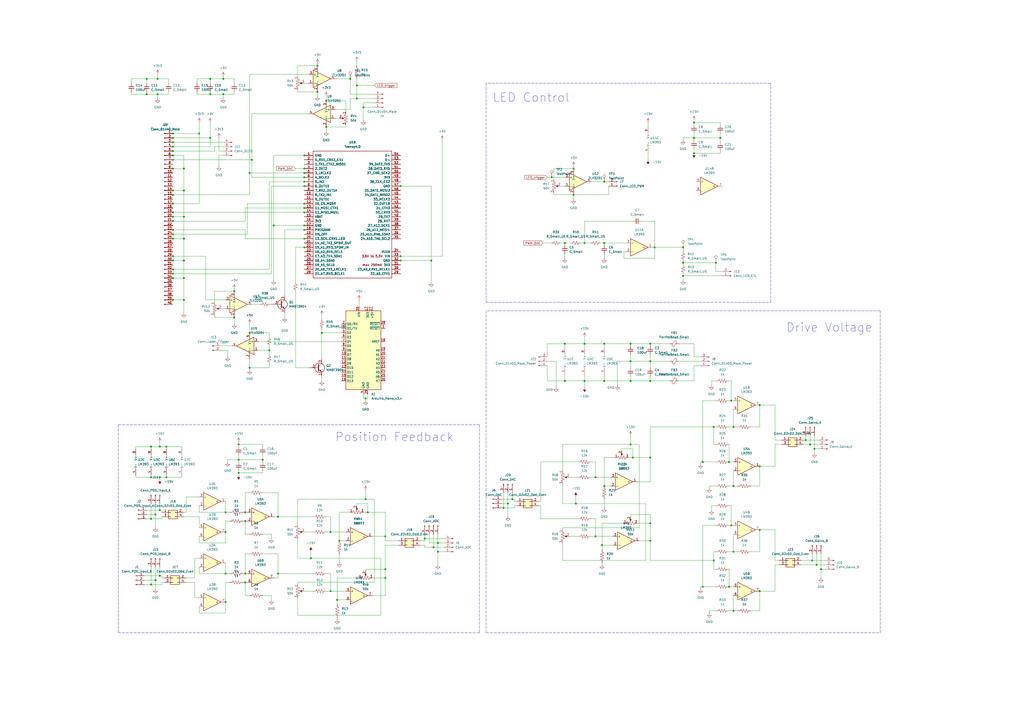
<source format=kicad_sch>
(kicad_sch (version 20211123) (generator eeschema)
  (paper "A2")
  (junction (at 213.36 297.18))
  (junction (at 332.74 113.03))
  (junction (at 156.21 203.2))
  (junction (at 327.66 220.98))
  (junction (at 407.67 267.97))
  (junction (at 407.67 340.36))
  (junction (at 90.17 336.55))
  (junction (at 100.33 138.43))
  (junction (at 100.33 80.01))
  (junction (at 414.02 247.65))
  (junction (at 327.66 140.97))
  (junction (at 142.24 302.26))
  (junction (at 196.85 313.69))
  (junction (at 195.58 347.98))
  (junction (at 106.68 173.99))
  (junction (at 135.89 168.91))
  (junction (at 121.92 80.01))
  (junction (at 377.19 313.69))
  (junction (at 106.68 110.49))
  (junction (at 161.29 299.72))
  (junction (at 212.09 289.56))
  (junction (at 176.53 143.51))
  (junction (at 365.76 209.55))
  (junction (at 92.71 276.86))
  (junction (at 191.77 308.61))
  (junction (at 251.46 317.5))
  (junction (at 115.57 77.47))
  (junction (at 396.24 152.4))
  (junction (at 417.83 80.01))
  (junction (at 232.41 148.59))
  (junction (at 130.81 308.61))
  (junction (at 138.43 266.7))
  (junction (at 425.45 354.33))
  (junction (at 440.69 270.51))
  (junction (at 440.69 307.34))
  (junction (at 365.76 199.39))
  (junction (at 396.24 143.51))
  (junction (at 130.81 332.74))
  (junction (at 85.09 54.61))
  (junction (at 100.33 158.75))
  (junction (at 90.17 298.45))
  (junction (at 339.09 199.39))
  (junction (at 176.53 118.11))
  (junction (at 424.18 304.8))
  (junction (at 207.01 57.15))
  (junction (at 176.53 120.65))
  (junction (at 350.52 105.41))
  (junction (at 207.01 49.53))
  (junction (at 96.52 276.86))
  (junction (at 100.33 173.99))
  (junction (at 92.71 259.08))
  (junction (at 106.68 97.79))
  (junction (at 189.23 73.66))
  (junction (at 254 314.96))
  (junction (at 144.78 193.04))
  (junction (at 473.71 327.66))
  (junction (at 467.36 255.27))
  (junction (at 87.63 276.86))
  (junction (at 96.52 259.08))
  (junction (at 350.52 199.39))
  (junction (at 349.25 316.23))
  (junction (at 100.33 135.89))
  (junction (at 377.19 303.53))
  (junction (at 130.81 349.25))
  (junction (at 440.69 234.95))
  (junction (at 345.44 311.15))
  (junction (at 100.33 148.59))
  (junction (at 415.29 152.4))
  (junction (at 176.53 105.41))
  (junction (at 424.18 232.41))
  (junction (at 191.77 342.9))
  (junction (at 176.53 107.95))
  (junction (at 100.33 128.27))
  (junction (at 100.33 85.09))
  (junction (at 180.34 323.85))
  (junction (at 212.09 231.14))
  (junction (at 121.92 54.61))
  (junction (at 176.53 123.19))
  (junction (at 425.45 281.94))
  (junction (at 142.24 337.82))
  (junction (at 121.92 45.72))
  (junction (at 184.15 38.1))
  (junction (at 472.44 260.35))
  (junction (at 129.54 54.61))
  (junction (at 100.33 90.17))
  (junction (at 377.19 199.39))
  (junction (at 106.68 161.29))
  (junction (at 377.19 265.43))
  (junction (at 138.43 257.81))
  (junction (at 176.53 130.81))
  (junction (at 176.53 97.79))
  (junction (at 377.19 209.55))
  (junction (at 91.44 45.72))
  (junction (at 332.74 97.79))
  (junction (at 223.52 330.2))
  (junction (at 422.91 267.97))
  (junction (at 365.76 220.98))
  (junction (at 138.43 274.32))
  (junction (at 87.63 339.09))
  (junction (at 350.52 220.98))
  (junction (at 106.68 138.43))
  (junction (at 246.38 312.42))
  (junction (at 396.24 160.02))
  (junction (at 100.33 125.73))
  (junction (at 367.03 265.43))
  (junction (at 100.33 113.03))
  (junction (at 469.9 257.81))
  (junction (at 189.23 58.42))
  (junction (at 425.45 247.65))
  (junction (at 320.04 102.87))
  (junction (at 402.59 80.01))
  (junction (at 345.44 276.86))
  (junction (at 422.91 340.36))
  (junction (at 85.09 45.72))
  (junction (at 339.09 220.98))
  (junction (at 100.33 110.49))
  (junction (at 142.24 297.18))
  (junction (at 425.45 320.04))
  (junction (at 350.52 281.94))
  (junction (at 87.63 300.99))
  (junction (at 292.1 294.64))
  (junction (at 232.41 151.13))
  (junction (at 146.05 92.71))
  (junction (at 144.78 100.33))
  (junction (at 210.82 62.23))
  (junction (at 232.41 107.95))
  (junction (at 158.75 130.81))
  (junction (at 294.64 292.1))
  (junction (at 334.01 292.1))
  (junction (at 176.53 90.17))
  (junction (at 106.68 125.73))
  (junction (at 402.59 71.12))
  (junction (at 130.81 297.18))
  (junction (at 176.53 133.35))
  (junction (at 100.33 156.21))
  (junction (at 339.09 140.97))
  (junction (at 402.59 88.9))
  (junction (at 350.52 140.97))
  (junction (at 106.68 151.13))
  (junction (at 152.4 266.7))
  (junction (at 223.52 335.28))
  (junction (at 100.33 82.55))
  (junction (at 176.53 138.43))
  (junction (at 100.33 97.79))
  (junction (at 100.33 92.71))
  (junction (at 144.78 213.36))
  (junction (at 377.19 220.98))
  (junction (at 176.53 100.33))
  (junction (at 91.44 54.61))
  (junction (at 176.53 102.87))
  (junction (at 129.54 45.72))
  (junction (at 161.29 332.74))
  (junction (at 92.71 334.01))
  (junction (at 100.33 87.63))
  (junction (at 100.33 123.19))
  (junction (at 100.33 77.47))
  (junction (at 142.24 332.74))
  (junction (at 297.18 289.56))
  (junction (at 250.19 151.13))
  (junction (at 92.71 295.91))
  (junction (at 87.63 259.08))
  (junction (at 100.33 151.13))
  (junction (at 135.89 184.15))
  (junction (at 254 320.04))
  (junction (at 100.33 161.29))
  (junction (at 327.66 199.39))
  (junction (at 100.33 133.35))
  (junction (at 100.33 118.11))
  (junction (at 186.69 193.04))
  (junction (at 184.15 53.34))
  (junction (at 476.25 330.2))
  (junction (at 223.52 311.15))
  (junction (at 414.02 325.12))
  (junction (at 379.73 143.51))
  (junction (at 440.69 342.9))
  (junction (at 365.76 257.81))
  (junction (at 471.17 325.12))
  (junction (at 203.2 45.72))
  (wire (pts (xy 165.1 181.61) (xy 165.1 184.15)))
  (wire (pts (xy 339.09 195.58) (xy 339.09 199.39)))
  (wire (pts (xy 339.09 201.93) (xy 339.09 199.39)))
  (wire (pts (xy 215.9 335.28) (xy 223.52 335.28)))
  (polyline (pts (xy 278.13 367.03) (xy 68.58 367.03)))
  (wire (pts (xy 156.21 210.82) (xy 156.21 213.36)))
  (wire (pts (xy 377.19 313.69) (xy 377.19 303.53)))
  (wire (pts (xy 402.59 86.36) (xy 402.59 88.9)))
  (wire (pts (xy 402.59 77.47) (xy 402.59 80.01)))
  (wire (pts (xy 402.59 80.01) (xy 417.83 80.01)))
  (wire (pts (xy 172.72 38.1) (xy 184.15 38.1)))
  (wire (pts (xy 377.19 220.98) (xy 377.19 218.44)))
  (wire (pts (xy 92.71 334.01) (xy 93.98 334.01)))
  (wire (pts (xy 87.63 339.09) (xy 93.98 339.09)))
  (wire (pts (xy 417.83 87.63) (xy 417.83 88.9)))
  (wire (pts (xy 217.17 289.56) (xy 212.09 289.56)))
  (wire (pts (xy 97.79 45.72) (xy 97.79 48.26)))
  (wire (pts (xy 440.69 307.34) (xy 440.69 320.04)))
  (wire (pts (xy 100.33 156.21) (xy 156.21 156.21)))
  (wire (pts (xy 417.83 77.47) (xy 417.83 80.01)))
  (wire (pts (xy 106.68 161.29) (xy 106.68 173.99)))
  (wire (pts (xy 140.97 337.82) (xy 142.24 337.82)))
  (wire (pts (xy 142.24 120.65) (xy 176.53 120.65)))
  (wire (pts (xy 425.45 345.44) (xy 425.45 354.33)))
  (wire (pts (xy 100.33 77.47) (xy 115.57 77.47)))
  (wire (pts (xy 172.72 44.45) (xy 172.72 38.1)))
  (wire (pts (xy 114.3 45.72) (xy 121.92 45.72)))
  (wire (pts (xy 78.74 259.08) (xy 78.74 260.35)))
  (wire (pts (xy 349.25 316.23) (xy 349.25 318.77)))
  (wire (pts (xy 469.9 252.73) (xy 469.9 257.81)))
  (wire (pts (xy 172.72 53.34) (xy 172.72 52.07)))
  (wire (pts (xy 213.36 297.18) (xy 223.52 297.18)))
  (wire (pts (xy 149.86 198.12) (xy 198.12 198.12)))
  (wire (pts (xy 313.69 267.97) (xy 313.69 290.83)))
  (wire (pts (xy 312.42 293.37) (xy 313.69 293.37)))
  (wire (pts (xy 207.01 49.53) (xy 207.01 57.15)))
  (wire (pts (xy 100.33 110.49) (xy 106.68 110.49)))
  (wire (pts (xy 365.76 199.39) (xy 365.76 200.66)))
  (wire (pts (xy 76.2 45.72) (xy 85.09 45.72)))
  (wire (pts (xy 165.1 133.35) (xy 176.53 133.35)))
  (wire (pts (xy 127 87.63) (xy 129.54 87.63)))
  (wire (pts (xy 210.82 62.23) (xy 210.82 69.85)))
  (wire (pts (xy 350.52 140.97) (xy 350.52 142.24)))
  (wire (pts (xy 415.29 257.81) (xy 414.02 257.81)))
  (wire (pts (xy 196.85 297.18) (xy 196.85 313.69)))
  (wire (pts (xy 411.48 354.33) (xy 411.48 355.6)))
  (wire (pts (xy 406.4 267.97) (xy 407.67 267.97)))
  (wire (pts (xy 425.45 354.33) (xy 427.99 354.33)))
  (wire (pts (xy 140.97 302.26) (xy 142.24 302.26)))
  (wire (pts (xy 114.3 53.34) (xy 114.3 54.61)))
  (wire (pts (xy 327.66 140.97) (xy 331.47 140.97)))
  (wire (pts (xy 396.24 152.4) (xy 396.24 153.67)))
  (wire (pts (xy 402.59 69.85) (xy 402.59 71.12)))
  (wire (pts (xy 106.68 297.18) (xy 107.95 297.18)))
  (wire (pts (xy 334.01 288.29) (xy 334.01 292.1)))
  (wire (pts (xy 415.29 220.98) (xy 412.75 220.98)))
  (wire (pts (xy 100.33 125.73) (xy 106.68 125.73)))
  (wire (pts (xy 93.98 300.99) (xy 93.98 299.72)))
  (wire (pts (xy 127 80.01) (xy 127 87.63)))
  (wire (pts (xy 353.06 113.03) (xy 332.74 113.03)))
  (wire (pts (xy 107.95 337.82) (xy 113.03 337.82)))
  (wire (pts (xy 171.45 213.36) (xy 179.07 213.36)))
  (wire (pts (xy 424.18 304.8) (xy 425.45 304.8)))
  (wire (pts (xy 195.58 347.98) (xy 195.58 350.52)))
  (wire (pts (xy 144.78 321.31) (xy 142.24 321.31)))
  (wire (pts (xy 106.68 151.13) (xy 106.68 161.29)))
  (wire (pts (xy 203.2 63.5) (xy 203.2 57.15)))
  (wire (pts (xy 321.31 97.79) (xy 332.74 97.79)))
  (wire (pts (xy 100.33 85.09) (xy 121.92 85.09)))
  (wire (pts (xy 379.73 143.51) (xy 379.73 128.27)))
  (wire (pts (xy 425.45 281.94) (xy 427.99 281.94)))
  (wire (pts (xy 158.75 90.17) (xy 158.75 130.81)))
  (wire (pts (xy 176.53 48.26) (xy 179.07 48.26)))
  (wire (pts (xy 130.81 290.83) (xy 130.81 297.18)))
  (wire (pts (xy 96.52 259.08) (xy 92.71 259.08)))
  (wire (pts (xy 350.52 147.32) (xy 350.52 149.86)))
  (wire (pts (xy 92.71 276.86) (xy 92.71 278.13)))
  (wire (pts (xy 115.57 297.18) (xy 130.81 297.18)))
  (wire (pts (xy 294.64 292.1) (xy 294.64 299.72)))
  (wire (pts (xy 115.57 77.47) (xy 115.57 118.11)))
  (wire (pts (xy 130.81 297.18) (xy 133.35 297.18)))
  (wire (pts (xy 246.38 317.5) (xy 251.46 317.5)))
  (wire (pts (xy 440.69 247.65) (xy 435.61 247.65)))
  (wire (pts (xy 365.76 205.74) (xy 365.76 209.55)))
  (wire (pts (xy 314.96 140.97) (xy 320.04 140.97)))
  (wire (pts (xy 90.17 292.1) (xy 90.17 298.45)))
  (wire (pts (xy 100.33 90.17) (xy 106.68 90.17)))
  (wire (pts (xy 191.77 342.9) (xy 200.66 342.9)))
  (wire (pts (xy 156.21 105.41) (xy 176.53 105.41)))
  (wire (pts (xy 97.79 53.34) (xy 97.79 54.61)))
  (wire (pts (xy 466.09 257.81) (xy 469.9 257.81)))
  (wire (pts (xy 212.09 231.14) (xy 212.09 232.41)))
  (wire (pts (xy 326.39 257.81) (xy 326.39 273.05)))
  (wire (pts (xy 130.81 355.6) (xy 130.81 349.25)))
  (wire (pts (xy 176.53 102.87) (xy 146.05 102.87)))
  (wire (pts (xy 422.91 320.04) (xy 425.45 320.04)))
  (wire (pts (xy 369.57 303.53) (xy 377.19 303.53)))
  (wire (pts (xy 93.98 337.82) (xy 93.98 339.09)))
  (wire (pts (xy 298.45 293.37) (xy 298.45 294.64)))
  (wire (pts (xy 144.78 213.36) (xy 144.78 214.63)))
  (wire (pts (xy 422.91 330.2) (xy 422.91 340.36)))
  (wire (pts (xy 290.83 292.1) (xy 294.64 292.1)))
  (wire (pts (xy 152.4 257.81) (xy 152.4 259.08)))
  (wire (pts (xy 96.52 259.08) (xy 96.52 260.35)))
  (wire (pts (xy 196.85 313.69) (xy 200.66 313.69)))
  (wire (pts (xy 208.28 335.28) (xy 195.58 335.28)))
  (polyline (pts (xy 281.94 175.26) (xy 447.04 175.26)))
  (wire (pts (xy 349.25 316.23) (xy 355.6 316.23)))
  (wire (pts (xy 212.09 331.47) (xy 212.09 330.2)))
  (polyline (pts (xy 278.13 246.38) (xy 278.13 367.03)))
  (wire (pts (xy 100.33 92.71) (xy 146.05 92.71)))
  (wire (pts (xy 424.18 293.37) (xy 424.18 304.8)))
  (wire (pts (xy 298.45 290.83) (xy 298.45 289.56)))
  (wire (pts (xy 478.79 327.66) (xy 473.71 327.66)))
  (wire (pts (xy 189.23 73.66) (xy 200.66 73.66)))
  (wire (pts (xy 449.58 342.9) (xy 440.69 342.9)))
  (wire (pts (xy 96.52 276.86) (xy 92.71 276.86)))
  (wire (pts (xy 378.46 143.51) (xy 379.73 143.51)))
  (wire (pts (xy 92.71 259.08) (xy 87.63 259.08)))
  (wire (pts (xy 135.89 54.61) (xy 129.54 54.61)))
  (wire (pts (xy 317.5 220.98) (xy 327.66 220.98)))
  (wire (pts (xy 299.72 290.83) (xy 298.45 290.83)))
  (wire (pts (xy 213.36 292.1) (xy 213.36 297.18)))
  (wire (pts (xy 364.49 265.43) (xy 367.03 265.43)))
  (wire (pts (xy 449.58 307.34) (xy 449.58 325.12)))
  (wire (pts (xy 361.95 303.53) (xy 349.25 303.53)))
  (wire (pts (xy 113.03 337.82) (xy 113.03 346.71)))
  (wire (pts (xy 172.72 323.85) (xy 180.34 323.85)))
  (wire (pts (xy 415.29 152.4) (xy 415.29 157.48)))
  (wire (pts (xy 142.24 345.44) (xy 142.24 337.82)))
  (wire (pts (xy 254 320.04) (xy 257.81 320.04)))
  (wire (pts (xy 365.76 298.45) (xy 377.19 298.45)))
  (wire (pts (xy 158.75 299.72) (xy 161.29 299.72)))
  (wire (pts (xy 422.91 354.33) (xy 425.45 354.33)))
  (wire (pts (xy 326.39 292.1) (xy 326.39 280.67)))
  (wire (pts (xy 100.33 135.89) (xy 143.51 135.89)))
  (wire (pts (xy 142.24 321.31) (xy 142.24 332.74)))
  (wire (pts (xy 213.36 231.14) (xy 212.09 231.14)))
  (wire (pts (xy 144.78 193.04) (xy 156.21 193.04)))
  (wire (pts (xy 349.25 303.53) (xy 349.25 316.23)))
  (wire (pts (xy 130.81 308.61) (xy 130.81 302.26)))
  (wire (pts (xy 212.09 289.56) (xy 172.72 289.56)))
  (wire (pts (xy 365.76 199.39) (xy 377.19 199.39)))
  (wire (pts (xy 191.77 299.72) (xy 191.77 308.61)))
  (wire (pts (xy 143.51 118.11) (xy 176.53 118.11)))
  (wire (pts (xy 76.2 54.61) (xy 85.09 54.61)))
  (wire (pts (xy 321.31 113.03) (xy 321.31 111.76)))
  (wire (pts (xy 472.44 260.35) (xy 472.44 262.89)))
  (wire (pts (xy 149.86 203.2) (xy 156.21 203.2)))
  (wire (pts (xy 176.53 90.17) (xy 158.75 90.17)))
  (wire (pts (xy 379.73 143.51) (xy 396.24 143.51)))
  (wire (pts (xy 449.58 255.27) (xy 449.58 234.95)))
  (wire (pts (xy 422.91 267.97) (xy 425.45 267.97)))
  (wire (pts (xy 172.72 289.56) (xy 172.72 304.8)))
  (wire (pts (xy 157.48 309.88) (xy 157.48 312.42)))
  (wire (pts (xy 334.01 292.1) (xy 374.65 292.1)))
  (wire (pts (xy 396.24 152.4) (xy 415.29 152.4)))
  (wire (pts (xy 115.57 299.72) (xy 115.57 306.07)))
  (wire (pts (xy 365.76 209.55) (xy 377.19 209.55)))
  (wire (pts (xy 360.68 260.35) (xy 367.03 260.35)))
  (wire (pts (xy 207.01 49.53) (xy 217.17 49.53)))
  (wire (pts (xy 297.18 285.75) (xy 297.18 289.56)))
  (wire (pts (xy 105.41 260.35) (xy 105.41 259.08)))
  (wire (pts (xy 232.41 107.95) (xy 250.19 107.95)))
  (wire (pts (xy 203.2 45.72) (xy 194.31 45.72)))
  (wire (pts (xy 476.25 321.31) (xy 476.25 330.2)))
  (wire (pts (xy 93.98 297.18) (xy 93.98 295.91)))
  (wire (pts (xy 207.01 292.1) (xy 213.36 292.1)))
  (wire (pts (xy 407.67 340.36) (xy 415.29 340.36)))
  (wire (pts (xy 171.45 168.91) (xy 171.45 213.36)))
  (wire (pts (xy 402.59 207.01) (xy 406.4 207.01)))
  (wire (pts (xy 440.69 270.51) (xy 440.69 281.94)))
  (wire (pts (xy 449.58 257.81) (xy 453.39 257.81)))
  (wire (pts (xy 144.78 285.75) (xy 142.24 285.75)))
  (wire (pts (xy 100.33 173.99) (xy 106.68 173.99)))
  (wire (pts (xy 326.39 292.1) (xy 334.01 292.1)))
  (wire (pts (xy 138.43 256.54) (xy 138.43 257.81)))
  (wire (pts (xy 349.25 326.39) (xy 349.25 327.66)))
  (wire (pts (xy 152.4 309.88) (xy 157.48 309.88)))
  (wire (pts (xy 411.48 354.33) (xy 415.29 354.33)))
  (wire (pts (xy 184.15 53.34) (xy 172.72 53.34)))
  (wire (pts (xy 350.52 201.93) (xy 350.52 199.39)))
  (wire (pts (xy 326.39 325.12) (xy 374.65 325.12)))
  (wire (pts (xy 246.38 309.88) (xy 246.38 312.42)))
  (wire (pts (xy 121.92 45.72) (xy 129.54 45.72)))
  (wire (pts (xy 377.19 247.65) (xy 414.02 247.65)))
  (wire (pts (xy 210.82 59.69) (xy 210.82 62.23)))
  (wire (pts (xy 129.54 54.61) (xy 121.92 54.61)))
  (wire (pts (xy 144.78 208.28) (xy 144.78 213.36)))
  (wire (pts (xy 172.72 337.82) (xy 217.17 337.82)))
  (wire (pts (xy 191.77 299.72) (xy 189.23 299.72)))
  (wire (pts (xy 124.46 168.91) (xy 135.89 168.91)))
  (wire (pts (xy 374.65 325.12) (xy 374.65 292.1)))
  (wire (pts (xy 144.78 113.03) (xy 100.33 113.03)))
  (wire (pts (xy 440.69 307.34) (xy 449.58 307.34)))
  (wire (pts (xy 327.66 217.17) (xy 327.66 220.98)))
  (wire (pts (xy 124.46 85.09) (xy 129.54 85.09)))
  (wire (pts (xy 422.91 257.81) (xy 422.91 267.97)))
  (wire (pts (xy 223.52 330.2) (xy 223.52 335.28)))
  (wire (pts (xy 292.1 294.64) (xy 298.45 294.64)))
  (wire (pts (xy 157.48 345.44) (xy 157.48 347.98)))
  (wire (pts (xy 142.24 332.74) (xy 143.51 332.74)))
  (wire (pts (xy 360.68 261.62) (xy 360.68 260.35)))
  (wire (pts (xy 195.58 335.28) (xy 195.58 347.98)))
  (wire (pts (xy 414.02 247.65) (xy 415.29 247.65)))
  (wire (pts (xy 121.92 48.26) (xy 121.92 45.72)))
  (wire (pts (xy 471.17 321.31) (xy 471.17 325.12)))
  (wire (pts (xy 411.48 281.94) (xy 415.29 281.94)))
  (wire (pts (xy 171.45 97.79) (xy 176.53 97.79)))
  (wire (pts (xy 127 90.17) (xy 129.54 90.17)))
  (polyline (pts (xy 510.54 367.03) (xy 510.54 180.34)))
  (wire (pts (xy 208.28 173.99) (xy 208.28 177.8)))
  (wire (pts (xy 396.24 81.28) (xy 396.24 80.01)))
  (wire (pts (xy 186.69 208.28) (xy 186.69 193.04)))
  (wire (pts (xy 130.81 332.74) (xy 130.81 326.39)))
  (wire (pts (xy 406.4 341.63) (xy 406.4 340.36)))
  (wire (pts (xy 339.09 140.97) (xy 339.09 128.27)))
  (wire (pts (xy 417.83 71.12) (xy 417.83 72.39)))
  (wire (pts (xy 100.33 158.75) (xy 157.48 158.75)))
  (wire (pts (xy 402.59 71.12) (xy 417.83 71.12)))
  (wire (pts (xy 422.91 281.94) (xy 425.45 281.94)))
  (wire (pts (xy 142.24 133.35) (xy 142.24 138.43)))
  (wire (pts (xy 322.58 209.55) (xy 322.58 224.79)))
  (wire (pts (xy 339.09 199.39) (xy 350.52 199.39)))
  (wire (pts (xy 100.33 118.11) (xy 115.57 118.11)))
  (wire (pts (xy 100.33 80.01) (xy 121.92 80.01)))
  (wire (pts (xy 326.39 306.07) (xy 326.39 307.34)))
  (wire (pts (xy 440.69 234.95) (xy 440.69 247.65)))
  (wire (pts (xy 144.78 43.18) (xy 144.78 100.33)))
  (wire (pts (xy 100.33 87.63) (xy 124.46 87.63)))
  (wire (pts (xy 195.58 358.14) (xy 195.58 359.41)))
  (wire (pts (xy 232.41 148.59) (xy 256.54 148.59)))
  (wire (pts (xy 339.09 128.27) (xy 367.03 128.27)))
  (wire (pts (xy 402.59 71.12) (xy 402.59 72.39)))
  (wire (pts (xy 407.67 267.97) (xy 415.29 267.97)))
  (wire (pts (xy 189.23 55.88) (xy 189.23 58.42)))
  (wire (pts (xy 115.57 332.74) (xy 130.81 332.74)))
  (wire (pts (xy 257.81 312.42) (xy 246.38 312.42)))
  (wire (pts (xy 425.45 309.88) (xy 425.45 320.04)))
  (wire (pts (xy 179.07 43.18) (xy 144.78 43.18)))
  (wire (pts (xy 320.04 102.87) (xy 327.66 102.87)))
  (wire (pts (xy 138.43 274.32) (xy 152.4 274.32)))
  (wire (pts (xy 127 90.17) (xy 127 96.52)))
  (wire (pts (xy 396.24 160.02) (xy 396.24 162.56)))
  (wire (pts (xy 184.15 53.34) (xy 184.15 55.88)))
  (wire (pts (xy 203.2 297.18) (xy 196.85 297.18)))
  (wire (pts (xy 464.82 327.66) (xy 473.71 327.66)))
  (wire (pts (xy 212.09 330.2) (xy 223.52 330.2)))
  (wire (pts (xy 100.33 151.13) (xy 106.68 151.13)))
  (wire (pts (xy 449.58 327.66) (xy 449.58 342.9)))
  (wire (pts (xy 93.98 334.01) (xy 93.98 335.28)))
  (wire (pts (xy 254 314.96) (xy 254 320.04)))
  (wire (pts (xy 172.72 346.71) (xy 172.72 356.87)))
  (wire (pts (xy 91.44 54.61) (xy 97.79 54.61)))
  (wire (pts (xy 326.39 306.07) (xy 370.84 306.07)))
  (wire (pts (xy 146.05 102.87) (xy 146.05 92.71)))
  (wire (pts (xy 135.89 167.64) (xy 135.89 168.91)))
  (wire (pts (xy 290.83 294.64) (xy 292.1 294.64)))
  (wire (pts (xy 130.81 332.74) (xy 133.35 332.74)))
  (wire (pts (xy 152.4 273.05) (xy 152.4 274.32)))
  (wire (pts (xy 184.15 36.83) (xy 184.15 38.1)))
  (wire (pts (xy 130.81 314.96) (xy 130.81 308.61)))
  (wire (pts (xy 414.02 247.65) (xy 414.02 257.81)))
  (wire (pts (xy 92.71 256.54) (xy 92.71 259.08)))
  (wire (pts (xy 203.2 57.15) (xy 207.01 57.15)))
  (wire (pts (xy 402.59 212.09) (xy 402.59 220.98)))
  (wire (pts (xy 396.24 80.01) (xy 402.59 80.01)))
  (wire (pts (xy 138.43 257.81) (xy 152.4 257.81)))
  (wire (pts (xy 92.71 295.91) (xy 93.98 295.91)))
  (wire (pts (xy 186.69 193.04) (xy 198.12 193.04)))
  (wire (pts (xy 250.19 107.95) (xy 250.19 151.13)))
  (wire (pts (xy 248.92 314.96) (xy 254 314.96)))
  (wire (pts (xy 194.31 63.5) (xy 203.2 63.5)))
  (wire (pts (xy 91.44 54.61) (xy 91.44 57.15)))
  (wire (pts (xy 92.71 334.01) (xy 83.82 334.01)))
  (wire (pts (xy 87.63 276.86) (xy 78.74 276.86)))
  (wire (pts (xy 114.3 54.61) (xy 121.92 54.61)))
  (wire (pts (xy 347.98 140.97) (xy 350.52 140.97)))
  (wire (pts (xy 388.62 220.98) (xy 377.19 220.98)))
  (wire (pts (xy 377.19 279.4) (xy 377.19 265.43)))
  (wire (pts (xy 290.83 289.56) (xy 297.18 289.56)))
  (wire (pts (xy 161.29 332.74) (xy 161.29 321.31)))
  (wire (pts (xy 339.09 220.98) (xy 339.09 224.79)))
  (wire (pts (xy 128.27 203.2) (xy 132.08 203.2)))
  (wire (pts (xy 332.74 113.03) (xy 332.74 115.57)))
  (wire (pts (xy 124.46 87.63) (xy 124.46 85.09)))
  (wire (pts (xy 186.69 190.5) (xy 186.69 193.04)))
  (wire (pts (xy 106.68 110.49) (xy 106.68 125.73)))
  (wire (pts (xy 231.14 313.69) (xy 223.52 313.69)))
  (wire (pts (xy 146.05 66.04) (xy 146.05 92.71)))
  (wire (pts (xy 220.98 356.87) (xy 220.98 323.85)))
  (wire (pts (xy 452.12 327.66) (xy 449.58 327.66)))
  (wire (pts (xy 95.25 337.82) (xy 93.98 337.82)))
  (wire (pts (xy 76.2 53.34) (xy 76.2 54.61)))
  (wire (pts (xy 365.76 257.81) (xy 326.39 257.81)))
  (wire (pts (xy 161.29 321.31) (xy 152.4 321.31)))
  (wire (pts (xy 339.09 217.17) (xy 339.09 220.98)))
  (wire (pts (xy 91.44 43.18) (xy 91.44 45.72)))
  (wire (pts (xy 402.59 80.01) (xy 402.59 81.28)))
  (wire (pts (xy 142.24 285.75) (xy 142.24 297.18)))
  (wire (pts (xy 189.23 58.42) (xy 200.66 58.42)))
  (wire (pts (xy 350.52 220.98) (xy 365.76 220.98)))
  (wire (pts (xy 317.5 212.09) (xy 317.5 220.98)))
  (wire (pts (xy 353.06 107.95) (xy 353.06 113.03)))
  (wire (pts (xy 191.77 332.74) (xy 191.77 342.9)))
  (wire (pts (xy 85.09 45.72) (xy 91.44 45.72)))
  (wire (pts (xy 115.57 328.93) (xy 115.57 332.74)))
  (wire (pts (xy 350.52 199.39) (xy 365.76 199.39)))
  (wire (pts (xy 350.52 105.41) (xy 353.06 105.41)))
  (wire (pts (xy 115.57 311.15) (xy 115.57 314.96)))
  (wire (pts (xy 412.75 293.37) (xy 412.75 295.91)))
  (wire (pts (xy 369.57 279.4) (xy 377.19 279.4)))
  (wire (pts (xy 327.66 199.39) (xy 317.5 199.39)))
  (wire (pts (xy 128.27 179.07) (xy 130.81 179.07)))
  (wire (pts (xy 370.84 257.81) (xy 370.84 306.07)))
  (wire (pts (xy 140.97 332.74) (xy 142.24 332.74)))
  (wire (pts (xy 294.64 285.75) (xy 294.64 292.1)))
  (wire (pts (xy 417.83 80.01) (xy 417.83 82.55)))
  (wire (pts (xy 138.43 274.32) (xy 138.43 275.59)))
  (wire (pts (xy 115.57 314.96) (xy 130.81 314.96)))
  (wire (pts (xy 474.98 257.81) (xy 469.9 257.81)))
  (wire (pts (xy 106.68 173.99) (xy 106.68 181.61)))
  (wire (pts (xy 93.98 335.28) (xy 95.25 335.28)))
  (wire (pts (xy 370.84 257.81) (xy 365.76 257.81)))
  (wire (pts (xy 85.09 53.34) (xy 85.09 54.61)))
  (wire (pts (xy 100.33 148.59) (xy 119.38 148.59)))
  (wire (pts (xy 327.66 220.98) (xy 339.09 220.98)))
  (wire (pts (xy 180.34 323.85) (xy 220.98 323.85)))
  (wire (pts (xy 176.53 107.95) (xy 157.48 107.95)))
  (wire (pts (xy 377.19 247.65) (xy 377.19 265.43)))
  (wire (pts (xy 161.29 299.72) (xy 181.61 299.72)))
  (wire (pts (xy 106.68 138.43) (xy 106.68 151.13)))
  (wire (pts (xy 165.1 171.45) (xy 165.1 133.35)))
  (wire (pts (xy 156.21 203.2) (xy 156.21 200.66)))
  (wire (pts (xy 171.45 143.51) (xy 176.53 143.51)))
  (wire (pts (xy 412.75 220.98) (xy 412.75 223.52)))
  (wire (pts (xy 365.76 220.98) (xy 377.19 220.98)))
  (wire (pts (xy 350.52 217.17) (xy 350.52 220.98)))
  (wire (pts (xy 156.21 176.53) (xy 157.48 176.53)))
  (wire (pts (xy 85.09 54.61) (xy 91.44 54.61)))
  (wire (pts (xy 223.52 311.15) (xy 223.52 297.18)))
  (wire (pts (xy 107.95 288.29) (xy 115.57 288.29)))
  (wire (pts (xy 425.45 320.04) (xy 427.99 320.04)))
  (wire (pts (xy 342.9 300.99) (xy 345.44 300.99)))
  (wire (pts (xy 377.19 325.12) (xy 414.02 325.12)))
  (wire (pts (xy 299.72 293.37) (xy 298.45 293.37)))
  (wire (pts (xy 107.95 288.29) (xy 107.95 297.18)))
  (wire (pts (xy 144.78 345.44) (xy 142.24 345.44)))
  (wire (pts (xy 379.73 128.27) (xy 372.11 128.27)))
  (wire (pts (xy 135.89 184.15) (xy 135.89 187.96)))
  (wire (pts (xy 196.85 321.31) (xy 196.85 326.39)))
  (wire (pts (xy 330.2 311.15) (xy 335.28 311.15)))
  (wire (pts (xy 142.24 138.43) (xy 176.53 138.43)))
  (wire (pts (xy 467.36 252.73) (xy 467.36 255.27)))
  (wire (pts (xy 471.17 325.12) (xy 478.79 325.12)))
  (wire (pts (xy 396.24 151.13) (xy 396.24 152.4)))
  (wire (pts (xy 91.44 45.72) (xy 97.79 45.72)))
  (polyline (pts (xy 281.94 180.34) (xy 281.94 367.03)))
  (wire (pts (xy 415.29 157.48) (xy 419.1 157.48)))
  (wire (pts (xy 411.48 281.94) (xy 411.48 283.21)))
  (wire (pts (xy 402.59 220.98) (xy 393.7 220.98)))
  (wire (pts (xy 379.73 149.86) (xy 379.73 143.51)))
  (wire (pts (xy 388.62 199.39) (xy 377.19 199.39)))
  (wire (pts (xy 212.09 284.48) (xy 212.09 289.56)))
  (wire (pts (xy 350.52 265.43) (xy 350.52 281.94)))
  (wire (pts (xy 180.34 320.04) (xy 180.34 323.85)))
  (wire (pts (xy 157.48 107.95) (xy 157.48 158.75)))
  (wire (pts (xy 83.82 336.55) (xy 90.17 336.55)))
  (wire (pts (xy 186.69 218.44) (xy 186.69 220.98)))
  (wire (pts (xy 377.19 209.55) (xy 377.19 213.36)))
  (wire (pts (xy 115.57 355.6) (xy 130.81 355.6)))
  (wire (pts (xy 449.58 234.95) (xy 440.69 234.95)))
  (wire (pts (xy 414.02 325.12) (xy 414.02 330.2)))
  (wire (pts (xy 161.29 335.28) (xy 161.29 332.74)))
  (wire (pts (xy 135.89 53.34) (xy 135.89 54.61)))
  (wire (pts (xy 321.31 104.14) (xy 321.31 97.79)))
  (wire (pts (xy 350.52 289.56) (xy 350.52 294.64)))
  (wire (pts (xy 156.21 203.2) (xy 156.21 205.74)))
  (wire (pts (xy 87.63 275.59) (xy 87.63 276.86)))
  (wire (pts (xy 422.91 247.65) (xy 425.45 247.65)))
  (wire (pts (xy 158.75 130.81) (xy 176.53 130.81)))
  (wire (pts (xy 144.78 309.88) (xy 142.24 309.88)))
  (wire (pts (xy 425.45 273.05) (xy 425.45 281.94)))
  (wire (pts (xy 326.39 314.96) (xy 326.39 325.12)))
  (wire (pts (xy 210.82 228.6) (xy 210.82 231.14)))
  (wire (pts (xy 396.24 143.51) (xy 396.24 146.05)))
  (wire (pts (xy 142.24 128.27) (xy 142.24 120.65)))
  (wire (pts (xy 449.58 257.81) (xy 449.58 270.51)))
  (wire (pts (xy 189.23 308.61) (xy 191.77 308.61)))
  (wire (pts (xy 156.21 213.36) (xy 144.78 213.36)))
  (wire (pts (xy 250.19 151.13) (xy 250.19 163.83)))
  (polyline (pts (xy 447.04 48.26) (xy 281.94 48.26)))
  (wire (pts (xy 377.19 205.74) (xy 377.19 209.55)))
  (wire (pts (xy 354.33 276.86) (xy 345.44 276.86)))
  (wire (pts (xy 402.59 88.9) (xy 417.83 88.9)))
  (wire (pts (xy 135.89 184.15) (xy 124.46 184.15)))
  (wire (pts (xy 422.91 340.36) (xy 425.45 340.36)))
  (wire (pts (xy 327.66 201.93) (xy 327.66 199.39)))
  (wire (pts (xy 243.84 316.23) (xy 246.38 316.23)))
  (wire (pts (xy 377.19 298.45) (xy 377.19 303.53)))
  (wire (pts (xy 100.33 123.19) (xy 176.53 123.19)))
  (wire (pts (xy 100.33 97.79) (xy 106.68 97.79)))
  (wire (pts (xy 464.82 325.12) (xy 471.17 325.12)))
  (wire (pts (xy 215.9 311.15) (xy 223.52 311.15)))
  (wire (pts (xy 152.4 266.7) (xy 152.4 264.16)))
  (wire (pts (xy 92.71 292.1) (xy 92.71 295.91)))
  (wire (pts (xy 414.02 320.04) (xy 414.02 325.12)))
  (wire (pts (xy 161.29 285.75) (xy 152.4 285.75)))
  (wire (pts (xy 90.17 298.45) (xy 90.17 306.07)))
  (wire (pts (xy 124.46 184.15) (xy 124.46 182.88)))
  (wire (pts (xy 356.87 265.43) (xy 350.52 265.43)))
  (wire (pts (xy 365.76 209.55) (xy 365.76 213.36)))
  (wire (pts (xy 440.69 342.9) (xy 440.69 354.33)))
  (wire (pts (xy 200.66 58.42) (xy 200.66 64.77)))
  (wire (pts (xy 85.09 300.99) (xy 87.63 300.99)))
  (wire (pts (xy 377.19 209.55) (xy 388.62 209.55)))
  (wire (pts (xy 106.68 299.72) (xy 115.57 299.72)))
  (wire (pts (xy 130.81 337.82) (xy 130.81 349.25)))
  (wire (pts (xy 332.74 96.52) (xy 332.74 97.79)))
  (wire (pts (xy 85.09 295.91) (xy 92.71 295.91)))
  (wire (pts (xy 424.18 232.41) (xy 425.45 232.41)))
  (wire (pts (xy 363.22 146.05) (xy 361.95 146.05)))
  (wire (pts (xy 402.59 199.39) (xy 402.59 207.01)))
  (wire (pts (xy 254 309.88) (xy 254 314.96)))
  (wire (pts (xy 87.63 300.99) (xy 93.98 300.99)))
  (wire (pts (xy 113.03 323.85) (xy 113.03 335.28)))
  (wire (pts (xy 142.24 302.26) (xy 143.51 302.26)))
  (wire (pts (xy 476.25 330.2) (xy 478.79 330.2)))
  (wire (pts (xy 212.09 231.14) (xy 210.82 231.14)))
  (wire (pts (xy 342.9 276.86) (xy 345.44 276.86)))
  (wire (pts (xy 105.41 259.08) (xy 96.52 259.08)))
  (wire (pts (xy 406.4 340.36) (xy 407.67 340.36)))
  (wire (pts (xy 87.63 292.1) (xy 87.63 300.99)))
  (wire (pts (xy 161.29 299.72) (xy 161.29 285.75)))
  (wire (pts (xy 256.54 148.59) (xy 256.54 81.28)))
  (wire (pts (xy 327.66 140.97) (xy 327.66 142.24)))
  (wire (pts (xy 78.74 276.86) (xy 78.74 275.59)))
  (wire (pts (xy 406.4 212.09) (xy 402.59 212.09)))
  (wire (pts (xy 121.92 80.01) (xy 121.92 71.12)))
  (wire (pts (xy 365.76 252.73) (xy 365.76 257.81)))
  (wire (pts (xy 176.53 342.9) (xy 181.61 342.9)))
  (wire (pts (xy 243.84 313.69) (xy 246.38 313.69)))
  (wire (pts (xy 415.29 293.37) (xy 412.75 293.37)))
  (wire (pts (xy 121.92 85.09) (xy 121.92 80.01)))
  (polyline (pts (xy 281.94 48.26) (xy 281.94 175.26)))
  (wire (pts (xy 342.9 105.41) (xy 350.52 105.41)))
  (wire (pts (xy 298.45 289.56) (xy 297.18 289.56)))
  (wire (pts (xy 251.46 309.88) (xy 251.46 317.5)))
  (polyline (pts (xy 68.58 367.03) (xy 68.58 246.38)))
  (wire (pts (xy 473.71 321.31) (xy 473.71 327.66)))
  (wire (pts (xy 449.58 325.12) (xy 452.12 325.12)))
  (wire (pts (xy 215.9 345.44) (xy 223.52 345.44)))
  (wire (pts (xy 158.75 130.81) (xy 158.75 162.56)))
  (wire (pts (xy 138.43 257.81) (xy 138.43 259.08)))
  (wire (pts (xy 186.69 182.88) (xy 186.69 185.42)))
  (polyline (pts (xy 68.58 246.38) (xy 278.13 246.38)))
  (wire (pts (xy 172.72 323.85) (xy 172.72 312.42)))
  (wire (pts (xy 161.29 332.74) (xy 181.61 332.74)))
  (wire (pts (xy 415.29 232.41) (xy 407.67 232.41)))
  (wire (pts (xy 115.57 77.47) (xy 115.57 71.12)))
  (wire (pts (xy 172.72 356.87) (xy 220.98 356.87)))
  (wire (pts (xy 292.1 285.75) (xy 292.1 294.64)))
  (wire (pts (xy 76.2 48.26) (xy 76.2 45.72)))
  (wire (pts (xy 377.19 199.39) (xy 377.19 200.66)))
  (wire (pts (xy 223.52 345.44) (xy 223.52 335.28)))
  (wire (pts (xy 248.92 309.88) (xy 248.92 314.96)))
  (polyline (pts (xy 447.04 175.26) (xy 447.04 48.26)))
  (wire (pts (xy 171.45 163.83) (xy 171.45 143.51)))
  (wire (pts (xy 393.7 209.55) (xy 406.4 209.55)))
  (wire (pts (xy 449.58 270.51) (xy 440.69 270.51)))
  (wire (pts (xy 144.78 100.33) (xy 176.53 100.33)))
  (wire (pts (xy 246.38 313.69) (xy 246.38 312.42)))
  (wire (pts (xy 194.31 68.58) (xy 196.85 68.58)))
  (wire (pts (xy 138.43 273.05) (xy 138.43 274.32)))
  (wire (pts (xy 121.92 53.34) (xy 121.92 54.61)))
  (wire (pts (xy 124.46 175.26) (xy 124.46 168.91)))
  (wire (pts (xy 422.91 304.8) (xy 424.18 304.8)))
  (wire (pts (xy 345.44 300.99) (xy 345.44 311.15)))
  (wire (pts (xy 257.81 317.5) (xy 251.46 317.5)))
  (wire (pts (xy 129.54 54.61) (xy 129.54 57.15)))
  (wire (pts (xy 396.24 158.75) (xy 396.24 160.02)))
  (wire (pts (xy 231.14 316.23) (xy 223.52 316.23)))
  (wire (pts (xy 336.55 140.97) (xy 339.09 140.97)))
  (wire (pts (xy 115.57 293.37) (xy 115.57 297.18)))
  (wire (pts (xy 146.05 176.53) (xy 151.13 176.53)))
  (wire (pts (xy 105.41 275.59) (xy 105.41 276.86)))
  (wire (pts (xy 407.67 304.8) (xy 407.67 340.36)))
  (wire (pts (xy 107.95 335.28) (xy 113.03 335.28)))
  (wire (pts (xy 176.53 308.61) (xy 181.61 308.61)))
  (wire (pts (xy 100.33 133.35) (xy 142.24 133.35)))
  (wire (pts (xy 189.23 332.74) (xy 191.77 332.74)))
  (wire (pts (xy 130.81 173.99) (xy 119.38 173.99)))
  (wire (pts (xy 415.29 330.2) (xy 414.02 330.2)))
  (wire (pts (xy 325.12 107.95) (xy 327.66 107.95)))
  (wire (pts (xy 474.98 260.35) (xy 472.44 260.35)))
  (wire (pts (xy 132.08 266.7) (xy 138.43 266.7)))
  (wire (pts (xy 87.63 328.93) (xy 87.63 339.09)))
  (polyline (pts (xy 510.54 180.34) (xy 281.94 180.34)))
  (wire (pts (xy 156.21 156.21) (xy 156.21 105.41)))
  (wire (pts (xy 172.72 337.82) (xy 172.72 339.09)))
  (wire (pts (xy 449.58 255.27) (xy 453.39 255.27)))
  (wire (pts (xy 143.51 135.89) (xy 143.51 118.11)))
  (wire (pts (xy 85.09 298.45) (xy 90.17 298.45)))
  (wire (pts (xy 422.91 220.98) (xy 424.18 220.98)))
  (wire (pts (xy 466.09 255.27) (xy 467.36 255.27)))
  (wire (pts (xy 129.54 45.72) (xy 135.89 45.72)))
  (wire (pts (xy 223.52 316.23) (xy 223.52 330.2)))
  (wire (pts (xy 325.12 140.97) (xy 327.66 140.97)))
  (wire (pts (xy 106.68 97.79) (xy 106.68 110.49)))
  (wire (pts (xy 90.17 336.55) (xy 90.17 341.63)))
  (wire (pts (xy 158.75 335.28) (xy 161.29 335.28)))
  (wire (pts (xy 350.52 281.94) (xy 354.33 281.94)))
  (wire (pts (xy 327.66 147.32) (xy 327.66 149.86)))
  (wire (pts (xy 425.45 237.49) (xy 425.45 247.65)))
  (wire (pts (xy 207.01 35.56) (xy 207.01 38.1)))
  (wire (pts (xy 115.57 351.79) (xy 115.57 355.6)))
  (wire (pts (xy 115.57 323.85) (xy 113.03 323.85)))
  (wire (pts (xy 358.14 209.55) (xy 358.14 223.52)))
  (wire (pts (xy 100.33 128.27) (xy 142.24 128.27)))
  (wire (pts (xy 106.68 125.73) (xy 106.68 138.43)))
  (wire (pts (xy 422.91 232.41) (xy 424.18 232.41)))
  (wire (pts (xy 83.82 339.09) (xy 87.63 339.09)))
  (wire (pts (xy 207.01 45.72) (xy 207.01 49.53)))
  (wire (pts (xy 217.17 54.61) (xy 203.2 54.61)))
  (wire (pts (xy 106.68 90.17) (xy 106.68 97.79)))
  (wire (pts (xy 132.08 203.2) (xy 132.08 207.01)))
  (wire (pts (xy 142.24 337.82) (xy 143.51 337.82)))
  (wire (pts (xy 92.71 328.93) (xy 92.71 334.01)))
  (wire (pts (xy 370.84 313.69) (xy 377.19 313.69)))
  (wire (pts (xy 156.21 193.04) (xy 156.21 195.58)))
  (wire (pts (xy 365.76 299.72) (xy 365.76 298.45)))
  (wire (pts (xy 474.98 255.27) (xy 467.36 255.27)))
  (wire (pts (xy 100.33 138.43) (xy 106.68 138.43)))
  (wire (pts (xy 367.03 265.43) (xy 377.19 265.43)))
  (wire (pts (xy 327.66 199.39) (xy 339.09 199.39)))
  (wire (pts (xy 90.17 328.93) (xy 90.17 336.55)))
  (wire (pts (xy 138.43 266.7) (xy 152.4 266.7)))
  (wire (pts (xy 472.44 252.73) (xy 472.44 260.35)))
  (wire (pts (xy 140.97 297.18) (xy 142.24 297.18)))
  (wire (pts (xy 345.44 267.97) (xy 342.9 267.97)))
  (wire (pts (xy 142.24 309.88) (xy 142.24 302.26)))
  (wire (pts (xy 100.33 82.55) (xy 129.54 82.55)))
  (wire (pts (xy 313.69 300.99) (xy 335.28 300.99)))
  (wire (pts (xy 339.09 140.97) (xy 342.9 140.97)))
  (wire (pts (xy 313.69 267.97) (xy 335.28 267.97)))
  (wire (pts (xy 440.69 354.33) (xy 435.61 354.33)))
  (wire (pts (xy 330.2 276.86) (xy 335.28 276.86)))
  (wire (pts (xy 365.76 218.44) (xy 365.76 220.98)))
  (wire (pts (xy 232.41 151.13) (xy 250.19 151.13)))
  (wire (pts (xy 142.24 297.18) (xy 143.51 297.18)))
  (wire (pts (xy 375.92 71.12) (xy 375.92 73.66)))
  (wire (pts (xy 133.35 337.82) (xy 130.81 337.82)))
  (wire (pts (xy 361.95 146.05) (xy 361.95 149.86)))
  (wire (pts (xy 144.78 187.96) (xy 144.78 193.04)))
  (wire (pts (xy 132.08 267.97) (xy 132.08 266.7)))
  (wire (pts (xy 367.03 260.35) (xy 367.03 265.43)))
  (wire (pts (xy 393.7 199.39) (xy 402.59 199.39)))
  (wire (pts (xy 207.01 57.15) (xy 217.17 57.15)))
  (wire (pts (xy 105.41 276.86) (xy 96.52 276.86)))
  (wire (pts (xy 189.23 342.9) (xy 191.77 342.9)))
  (wire (pts (xy 152.4 266.7) (xy 152.4 267.97)))
  (wire (pts (xy 96.52 275.59) (xy 96.52 276.86)))
  (wire (pts (xy 223.52 313.69) (xy 223.52 311.15)))
  (wire (pts (xy 350.52 140.97) (xy 363.22 140.97)))
  (wire (pts (xy 138.43 266.7) (xy 138.43 267.97)))
  (wire (pts (xy 396.24 160.02) (xy 419.1 160.02)))
  (wire (pts (xy 358.14 209.55) (xy 365.76 209.55)))
  (wire (pts (xy 100.33 161.29) (xy 106.68 161.29)))
  (wire (pts (xy 345.44 311.15) (xy 355.6 311.15)))
  (wire (pts (xy 92.71 276.86) (xy 87.63 276.86)))
  (wire (pts (xy 138.43 264.16) (xy 138.43 266.7)))
  (wire (pts (xy 406.4 269.24) (xy 406.4 267.97)))
  (wire (pts (xy 213.36 228.6) (xy 213.36 231.14)))
  (wire (pts (xy 114.3 48.26) (xy 114.3 45.72)))
  (wire (pts (xy 375.92 88.9) (xy 375.92 92.71)))
  (wire (pts (xy 422.91 293.37) (xy 424.18 293.37)))
  (wire (pts (xy 152.4 345.44) (xy 157.48 345.44)))
  (wire (pts (xy 217.17 289.56) (xy 217.17 337.82)))
  (wire (pts (xy 87.63 259.08) (xy 87.63 260.35)))
  (wire (pts (xy 130.81 302.26) (xy 133.35 302.26)))
  (wire (pts (xy 476.25 330.2) (xy 476.25 335.28)))
  (wire (pts (xy 189.23 73.66) (xy 189.23 76.2)))
  (wire (pts (xy 210.82 62.23) (xy 217.17 62.23)))
  (wire (pts (xy 415.29 304.8) (xy 407.67 304.8)))
  (wire (pts (xy 246.38 316.23) (xy 246.38 317.5)))
  (wire (pts (xy 440.69 320.04) (xy 435.61 320.04)))
  (wire (pts (xy 203.2 54.61) (xy 203.2 45.72)))
  (wire (pts (xy 332.74 113.03) (xy 321.31 113.03)))
  (wire (pts (xy 128.27 200.66) (xy 134.62 200.66)))
  (wire (pts (xy 342.9 311.15) (xy 345.44 311.15)))
  (wire (pts (xy 414.02 320.04) (xy 415.29 320.04)))
  (wire (pts (xy 317.5 199.39) (xy 317.5 207.01)))
  (wire (pts (xy 195.58 347.98) (xy 200.66 347.98)))
  (wire (pts (xy 440.69 281.94) (xy 435.61 281.94)))
  (wire (pts (xy 144.78 100.33) (xy 144.78 113.03)))
  (wire (pts (xy 317.5 102.87) (xy 320.04 102.87)))
  (wire (pts (xy 313.69 293.37) (xy 313.69 300.99)))
  (wire (pts (xy 339.09 220.98) (xy 350.52 220.98)))
  (wire (pts (xy 119.38 173.99) (xy 119.38 148.59)))
  (wire (pts (xy 87.63 259.08) (xy 78.74 259.08)))
  (wire (pts (xy 200.66 308.61) (xy 191.77 308.61)))
  (wire (pts (xy 254 320.04) (xy 254 327.66)))
  (wire (pts (xy 135.89 45.72) (xy 135.89 48.26)))
  (wire (pts (xy 129.54 44.45) (xy 129.54 45.72)))
  (wire (pts (xy 345.44 267.97) (xy 345.44 276.86)))
  (wire (pts (xy 200.66 72.39) (xy 200.66 73.66)))
  (wire (pts (xy 424.18 220.98) (xy 424.18 232.41)))
  (wire (pts (xy 113.03 346.71) (xy 115.57 346.71)))
  (polyline (pts (xy 281.94 367.03) (xy 510.54 367.03)))
  (wire (pts (xy 179.07 66.04) (xy 146.05 66.04)))
  (wire (pts (xy 361.95 149.86) (xy 379.73 149.86)))
  (wire (pts (xy 217.17 59.69) (xy 210.82 59.69)))
  (wire (pts (xy 425.45 247.65) (xy 427.99 247.65)))
  (wire (pts (xy 85.09 48.26) (xy 85.09 45.72)))
  (wire (pts (xy 317.5 209.55) (xy 322.58 209.55)))
  (wire (pts (xy 207.01 293.37) (xy 207.01 292.1)))
  (wire (pts (xy 257.81 314.96) (xy 254 314.96)))
  (wire (pts (xy 377.19 325.12) (xy 377.19 313.69)))
  (wire (pts (xy 210.82 297.18) (xy 213.36 297.18)))
  (wire (pts (xy 312.42 290.83) (xy 313.69 290.83)))
  (wire (pts (xy 407.67 232.41) (xy 407.67 267.97)))
  (text "Position Feedback " (at 194.31 256.54 0) (effects (font (size 5 5)) (justify left bottom)))
  (text "Drive Voltage" (at 455.93 193.04 0) (effects (font (size 5 5)) (justify left bottom)))
  (text "LED Control" (at 285.75 59.69 0) (effects (font (size 5 5)) (justify left bottom)))
  (global_label "PWM_DAC" (shape input) (at 171.45 97.79 180) (property "Intersheet References" "${INTERSHEET_REFS}" (effects hide)))
  (global_label "PWM_DAC" (shape input) (at 314.96 140.97 180) (property "Intersheet References" "${INTERSHEET_REFS}" (effects hide)))
  (global_label "LED_trigger" (shape input) (at 317.5 102.87 180) (property "Intersheet References" "${INTERSHEET_REFS}" (effects hide)))
  (global_label "LED_trigger" (shape input) (at 217.17 49.53 0) (property "Intersheet References" "${INTERSHEET_REFS}" (effects hide)))
  (symbol (lib_id "power:+3.3V") (at 189.23 55.88 0) (unit 1)
    (property "Reference" "#PWR0114" (effects hide))
    (property "Value" "+3.3V" (at 189.23 50.8 0))
  )
  (symbol (lib_id "Device:R_US") (at 419.1 232.41 90) (unit 1)
    (property "Reference" "R23" (at 419.1 226.06 90))
    (property "Value" "1k" (at 419.1 228.6 90))
    (property "Footprint" "Resistor_SMD:R_0603_1608Metric" (effects hide))
  )
  (symbol (lib_id "power:+3.3V") (at 91.44 43.18 0) (unit 1)
    (property "Reference" "#PWR0167" (effects hide))
    (property "Value" "+3.3V" (at 91.44 38.1 0))
  )
  (symbol (lib_id "Comparator:LM393") (at 123.19 290.83 0) (unit 1)
    (property "Reference" "U2" (at 123.19 280.67 0))
    (property "Value" "LM393" (at 123.19 283.21 0))
    (property "Footprint" "Package_SO:SOIC-8-1EP_3.9x4.9mm_P1.27mm_EP2.29x3mm" (effects hide))
    (property "Datasheet" "http://www.ti.com/lit/ds/symlink/lm393.pdf" (effects hide))
  )
  (symbol (lib_id "Device:R_US") (at 339.09 300.99 90) (unit 1)
    (property "Reference" "R18" (at 339.09 294.64 90))
    (property "Value" "12k" (at 339.09 297.18 90))
    (property "Footprint" "Resistor_SMD:R_0603_1608Metric" (effects hide))
  )
  (symbol (lib_id "Device:C_Small") (at 402.59 74.93 0) (unit 1)
    (property "Reference" "C8" (at 405.13 73.6662 0) (effects (justify left)))
    (property "Value" "C_Small" (at 405.13 76.2062 0) (effects (justify left)))
    (property "Footprint" "Capacitor_SMD:C_0603_1608Metric" (effects hide))
  )
  (symbol (lib_id "Connector:Conn_01x03_Male") (at 80.01 298.45 0) (unit 1)
    (property "Reference" "J2" (at 80.645 290.83 0))
    (property "Value" "Conn_POS_input_A" (at 80.645 293.37 0))
    (property "Footprint" "Connector_PinHeader_2.54mm:PinHeader_1x03_P2.54mm_Vertical" (effects hide))
  )
  (symbol (lib_id "Comparator:LM393") (at 370.84 143.51 0) (unit 1)
    (property "Reference" "U14" (at 370.84 133.35 0))
    (property "Value" "LM393" (at 370.84 135.89 0))
    (property "Footprint" "Package_SO:SOIC-8-1EP_3.9x4.9mm_P1.27mm_EP2.29x3mm" (effects hide))
    (property "Datasheet" "http://www.ti.com/lit/ds/symlink/lm393.pdf" (effects hide))
  )
  (symbol (lib_id "Device:R_Potentiometer_US") (at 200.66 68.58 0) (mirror y) (unit 1)
    (property "Reference" "RV4" (at 203.2 67.3099 0) (effects (justify right)))
    (property "Value" "50k" (at 203.2 69.8499 0) (effects (justify right)))
    (property "Footprint" "Potentiometer_THT:Potentiometer_Bourns_3296W_Vertical" (effects hide))
  )
  (symbol (lib_id "Connector_Generic:Conn_02x02_Odd_Even") (at 458.47 255.27 0) (unit 1)
    (property "Reference" "J24" (at 459.74 248.92 0))
    (property "Value" "Conn_02x02_Odd_Even" (at 459.74 251.46 0))
    (property "Footprint" "Connector_PinHeader_2.54mm:PinHeader_2x02_P2.54mm_Vertical" (effects hide))
  )
  (symbol (lib_id "power:-15V") (at 402.59 88.9 180) (unit 1)
    (property "Reference" "#PWR0149" (effects hide))
    (property "Value" "-15V" (at 405.13 90.1699 0) (effects (justify right)))
  )
  (symbol (lib_id "Device:C_Small") (at 365.76 203.2 0) (unit 1)
    (property "Reference" "C18" (at 369.57 201.93 0) (effects (justify left)))
    (property "Value" "100uF" (at 369.57 204.47 0) (effects (justify left)))
    (property "Footprint" "Capacitor_SMD:C_1210_3225Metric" (effects hide))
  )
  (symbol (lib_id "Connector:Conn_01x04_Male") (at 222.25 59.69 180) (unit 1)
    (property "Reference" "J4" (at 221.615 67.31 0))
    (property "Value" "Conn_01x04_Male" (at 221.615 64.77 0))
    (property "Footprint" "Connector_PinHeader_2.54mm:PinHeader_1x04_P2.54mm_Vertical" (effects hide))
  )
  (symbol (lib_id "Device:R_US") (at 185.42 342.9 90) (unit 1)
    (property "Reference" "R12" (at 185.42 336.55 90))
    (property "Value" "12k" (at 185.42 339.09 90))
    (property "Footprint" "Resistor_SMD:R_0603_1608Metric" (effects hide))
  )
  (symbol (lib_id "power:GND") (at 411.48 283.21 0) (unit 1)
    (property "Reference" "#PWR0134" (effects hide))
    (property "Value" "GND" (at 411.48 288.29 0))
  )
  (symbol (lib_id "Device:R_US") (at 349.25 322.58 0) (unit 1)
    (property "Reference" "R20" (at 351.79 321.3099 0) (effects (justify left)))
    (property "Value" "1k" (at 351.79 323.8499 0) (effects (justify left)))
    (property "Footprint" "Resistor_SMD:R_0603_1608Metric" (effects hide))
  )
  (symbol (lib_id "Connector:Conn_01x04_Male") (at 251.46 304.8 270) (unit 1)
    (property "Reference" "J19" (at 250.19 299.72 90))
    (property "Value" "Conn_ADC" (at 250.19 302.26 90))
    (property "Footprint" "Connector_PinHeader_2.54mm:PinHeader_1x04_P2.54mm_Vertical" (effects hide))
  )
  (symbol (lib_id "power:+5V") (at 186.69 182.88 0) (unit 1)
    (property "Reference" "#PWR0158" (effects hide))
    (property "Value" "+5V" (at 186.69 177.8 0))
  )
  (symbol (lib_id "Connector:Conn_01x03_Male") (at 480.06 257.81 180) (unit 1)
    (property "Reference" "J9" (at 481.33 256.5399 0) (effects (justify right)))
    (property "Value" "Conn_Galvo_A" (at 481.33 259.0799 0) (effects (justify right)))
    (property "Footprint" "Connector_PinHeader_2.54mm:PinHeader_1x03_P2.54mm_Vertical" (effects hide))
  )
  (symbol (lib_id "Comparator:LM393") (at 90.17 267.97 0) (unit 3)
    (property "Reference" "U3" (at 88.9 266.6999 0) (effects (justify left)))
    (property "Value" "LM393" (at 88.9 269.2399 0) (effects (justify left)))
    (property "Footprint" "Package_SO:SOIC-8-1EP_3.9x4.9mm_P1.27mm_EP2.29x3mm" (effects hide))
    (property "Datasheet" "http://www.ti.com/lit/ds/symlink/lm393.pdf" (effects hide))
  )
  (symbol (lib_id "Connector_Generic:Conn_02x02_Odd_Even") (at 99.06 297.18 0) (unit 1)
    (property "Reference" "J16" (at 100.33 290.83 0))
    (property "Value" "Conn_02x02_Odd_Even" (at 100.33 293.37 0))
    (property "Footprint" "Connector_PinHeader_2.54mm:PinHeader_2x02_P2.54mm_Vertical" (effects hide))
  )
  (symbol (lib_id "Device:C_Small") (at 369.57 128.27 270) (unit 1)
    (property "Reference" "C7" (at 369.5636 121.92 90))
    (property "Value" "C_Small" (at 369.5636 124.46 90))
    (property "Footprint" "Capacitor_SMD:C_0603_1608Metric" (effects hide))
  )
  (symbol (lib_id "power:GND") (at 90.17 341.63 0) (unit 1)
    (property "Reference" "#PWR0103" (effects hide))
    (property "Value" "GND" (at 90.17 346.71 0))
  )
  (symbol (lib_id "Device:R_US") (at 431.8 247.65 90) (unit 1)
    (property "Reference" "R34" (at 431.8 241.3 90))
    (property "Value" "1k" (at 431.8 243.84 90))
    (property "Footprint" "Resistor_SMD:R_0603_1608Metric" (effects hide))
  )
  (symbol (lib_id "power:+15V") (at 375.92 71.12 0) (unit 1)
    (property "Reference" "#PWR0153" (effects hide))
    (property "Value" "+15V" (at 375.92 66.04 0))
  )
  (symbol (lib_id "teensy:Teensy4.0") (at 204.47 124.46 0) (unit 1)
    (property "Reference" "U10" (at 204.47 82.55 0))
    (property "Value" "Teensy4.0" (at 204.47 85.09 0))
    (property "Footprint" "teensy:Teensy40" (effects hide))
  )
  (symbol (lib_id "Device:R_US") (at 419.1 220.98 90) (unit 1)
    (property "Reference" "R22" (at 419.1 214.63 90))
    (property "Value" "1k" (at 419.1 217.17 90))
    (property "Footprint" "Resistor_SMD:R_0603_1608Metric" (effects hide))
  )
  (symbol (lib_id "Device:C_Small") (at 350.52 144.78 0) (unit 1)
    (property "Reference" "C6" (at 353.06 143.5162 0) (effects (justify left)))
    (property "Value" "C_Small" (at 353.06 146.0562 0) (effects (justify left)))
    (property "Footprint" "Capacitor_SMD:C_0603_1608Metric" (effects hide))
  )
  (symbol (lib_id "power:-15V") (at 138.43 275.59 180) (unit 1)
    (property "Reference" "#PWR0112" (effects hide))
    (property "Value" "-15V" (at 140.97 276.8599 0) (effects (justify right)))
  )
  (symbol (lib_id "Device:C_Small") (at 417.83 74.93 0) (unit 1)
    (property "Reference" "C20" (at 420.37 73.6662 0) (effects (justify left)))
    (property "Value" "100uF" (at 420.37 76.2062 0) (effects (justify left)))
    (property "Footprint" "Capacitor_SMD:C_1210_3225Metric" (effects hide))
  )
  (symbol (lib_id "Device:C_Small") (at 138.43 261.62 0) (unit 1)
    (property "Reference" "C1" (at 140.97 260.3562 0) (effects (justify left)))
    (property "Value" "C_Small" (at 140.97 262.8962 0) (effects (justify left)))
    (property "Footprint" "Capacitor_SMD:C_0603_1608Metric" (effects hide))
  )
  (symbol (lib_id "Comparator:LM393") (at 123.19 349.25 0) (unit 2)
    (property "Reference" "U3" (at 123.19 339.09 0))
    (property "Value" "LM393" (at 123.19 341.63 0))
    (property "Footprint" "Package_SO:SOIC-8-1EP_3.9x4.9mm_P1.27mm_EP2.29x3mm" (effects hide))
    (property "Datasheet" "http://www.ti.com/lit/ds/symlink/lm393.pdf" (effects hide))
  )
  (symbol (lib_id "power:GND") (at 350.52 294.64 0) (unit 1)
    (property "Reference" "#PWR0133" (effects hide))
    (property "Value" "GND" (at 350.52 299.72 0))
  )
  (symbol (lib_id "project:TLV3201") (at 186.69 66.04 0) (mirror y) (unit 1)
    (property "Reference" "U9" (at 189.7506 55.88 0) (effects (justify right)))
    (property "Value" "TLV3201" (at 189.7506 58.42 0) (effects (justify right)))
    (property "Footprint" "Package_TO_SOT_SMD:SOT-23-5" (effects hide))
  )
  (symbol (lib_id "power:GND") (at 127 96.52 0) (unit 1)
    (property "Reference" "#PWR0156" (effects hide))
    (property "Value" "GND" (at 127 101.6 0))
  )
  (symbol (lib_id "Device:C_Small") (at 152.4 270.51 0) (unit 1)
    (property "Reference" "C17" (at 154.94 269.2462 0) (effects (justify left)))
    (property "Value" "100uF" (at 154.94 271.7862 0) (effects (justify left)))
    (property "Footprint" "Capacitor_SMD:C_1210_3225Metric" (effects hide))
  )
  (symbol (lib_id "Device:C_Small") (at 377.19 215.9 0) (unit 1)
    (property "Reference" "C4" (at 379.73 214.6362 0) (effects (justify left)))
    (property "Value" "C_Small" (at 379.73 217.1762 0) (effects (justify left)))
    (property "Footprint" "Capacitor_SMD:C_0603_1608Metric" (effects hide))
  )
  (symbol (lib_id "Device:R_US") (at 419.1 281.94 90) (unit 1)
    (property "Reference" "R27" (at 419.1 275.59 90))
    (property "Value" "1k" (at 419.1 278.13 90))
    (property "Footprint" "Resistor_SMD:R_0603_1608Metric" (effects hide))
  )
  (symbol (lib_id "Comparator:LM393") (at 330.2 209.55 0) (unit 3)
    (property "Reference" "U1" (at 328.93 208.2799 0) (effects (justify left)))
    (property "Value" "LM393" (at 328.93 210.8199 0) (effects (justify left)))
    (property "Footprint" "Package_SO:SOIC-8-1EP_3.9x4.9mm_P1.27mm_EP2.29x3mm" (effects hide))
    (property "Datasheet" "http://www.ti.com/lit/ds/symlink/lm393.pdf" (effects hide))
  )
  (symbol (lib_id "Device:R_US") (at 419.1 320.04 90) (unit 1)
    (property "Reference" "R30" (at 419.1 313.69 90))
    (property "Value" "1k" (at 419.1 316.23 90))
    (property "Footprint" "Resistor_SMD:R_0603_1608Metric" (effects hide))
  )
  (symbol (lib_id "power:GND") (at 412.75 295.91 0) (unit 1)
    (property "Reference" "#PWR0140" (effects hide))
    (property "Value" "GND" (at 412.75 300.99 0))
  )
  (symbol (lib_id "Device:R_US") (at 419.1 247.65 90) (unit 1)
    (property "Reference" "R24" (at 419.1 241.3 90))
    (property "Value" "1k" (at 419.1 243.84 90))
    (property "Footprint" "Resistor_SMD:R_0603_1608Metric" (effects hide))
  )
  (symbol (lib_id "power:GND") (at 132.08 207.01 0) (unit 1)
    (property "Reference" "#PWR0160" (effects hide))
    (property "Value" "GND" (at 132.08 212.09 0))
  )
  (symbol (lib_id "power:GND") (at 250.19 163.83 0) (unit 1)
    (property "Reference" "#PWR0132" (effects hide))
    (property "Value" "GND" (at 250.19 168.91 0))
  )
  (symbol (lib_id "Device:R_US") (at 207.01 41.91 0) (unit 1)
    (property "Reference" "R15" (at 209.55 40.6399 0) (effects (justify left)))
    (property "Value" "5k" (at 209.55 43.1799 0) (effects (justify left)))
    (property "Footprint" "Resistor_SMD:R_0603_1608Metric" (effects hide))
  )
  (symbol (lib_id "power:-15V") (at 92.71 278.13 180) (unit 1)
    (property "Reference" "#PWR0111" (effects hide))
    (property "Value" "-15V" (at 95.25 279.3999 0) (effects (justify right)))
  )
  (symbol (lib_id "Connector:Conn_01x02_Male") (at 358.14 107.95 180) (unit 1)
    (property "Reference" "J7" (at 359.41 105.4099 0) (effects (justify right)))
    (property "Value" "Conn_LED_PWM" (at 359.41 107.9499 0) (effects (justify right)))
    (property "Footprint" "Connector_PinHeader_2.54mm:PinHeader_1x02_P2.54mm_Vertical" (effects hide))
  )
  (symbol (lib_id "Connector_Generic:Conn_02x02_Odd_Even") (at 304.8 290.83 0) (unit 1)
    (property "Reference" "J21" (at 306.07 284.48 0))
    (property "Value" "Conn_02x02_Odd_Even" (at 306.07 287.02 0))
    (property "Footprint" "Connector_PinHeader_2.54mm:PinHeader_2x02_P2.54mm_Vertical" (effects hide))
  )
  (symbol (lib_id "power:-15V") (at 180.34 320.04 0) (unit 1)
    (property "Reference" "#PWR0106" (effects hide))
    (property "Value" "-15V" (at 180.34 314.96 0))
  )
  (symbol (lib_id "Device:R_Potentiometer_US") (at 207.01 297.18 90) (unit 1)
    (property "Reference" "RV5" (at 207.01 300.99 90))
    (property "Value" "50k" (at 207.01 303.53 90))
    (property "Footprint" "Potentiometer_THT:Potentiometer_Bourns_3296W_Vertical" (effects hide))
  )
  (symbol (lib_id "Comparator:LM393") (at 363.22 313.69 0) (unit 1)
    (property "Reference" "U4" (at 363.22 303.53 0))
    (property "Value" "LM393" (at 363.22 306.07 0))
    (property "Footprint" "Package_SO:SOIC-8-1EP_3.9x4.9mm_P1.27mm_EP2.29x3mm" (effects hide))
    (property "Datasheet" "http://www.ti.com/lit/ds/symlink/lm393.pdf" (effects hide))
  )
  (symbol (lib_id "power:+5V") (at 208.28 173.99 0) (unit 1)
    (property "Reference" "#PWR0159" (effects hide))
    (property "Value" "+5V" (at 208.28 168.91 0))
  )
  (symbol (lib_id "power:+5V") (at 144.78 187.96 0) (unit 1)
    (property "Reference" "#PWR0163" (effects hide))
    (property "Value" "+5V" (at 144.78 182.88 0))
  )
  (symbol (lib_id "Connector:Conn_01x03_Male") (at 90.17 287.02 270) (unit 1)
    (property "Reference" "J14" (at 90.17 276.86 90))
    (property "Value" "Conn_POS_input_A" (at 90.17 284.48 90))
    (property "Footprint" "Connector_PinHeader_2.54mm:PinHeader_1x03_P2.54mm_Vertical" (effects hide))
  )
  (symbol (lib_id "MCU_Module:Arduino_Nano_v3.x") (at 210.82 203.2 0) (unit 1)
    (property "Reference" "A1" (at 215.3794 228.6 0) (effects (justify left)))
    (property "Value" "Arduino_Nano_v3.x" (at 215.3794 231.14 0) (effects (justify left)))
    (property "Footprint" "Module:Arduino_Nano" (effects hide))
    (property "Datasheet" "http://www.mouser.com/pdfdocs/Gravitech_Arduino_Nano3_0.pdf" (effects hide))
  )
  (symbol (lib_id "power:GND") (at 106.68 181.61 0) (unit 1)
    (property "Reference" "#PWR0118" (effects hide))
    (property "Value" "GND" (at 106.68 186.69 0))
  )
  (symbol (lib_id "Device:R_US") (at 350.52 285.75 0) (unit 1)
    (property "Reference" "R21" (at 353.06 284.4799 0) (effects (justify left)))
    (property "Value" "1k" (at 353.06 287.0199 0) (effects (justify left)))
    (property "Footprint" "Resistor_SMD:R_0603_1608Metric" (effects hide))
  )
  (symbol (lib_id "power:+3.3V") (at 207.01 35.56 0) (unit 1)
    (property "Reference" "#PWR0116" (effects hide))
    (property "Value" "+3.3V" (at 207.01 30.48 0))
  )
  (symbol (lib_id "Connector:TestPoint") (at 350.52 105.41 0) (unit 1)
    (property "Reference" "TP3" (at 353.06 100.8379 0) (effects (justify left)))
    (property "Value" "TestPoint" (at 353.06 103.3779 0) (effects (justify left)))
    (property "Footprint" "Connector_PinHeader_2.54mm:PinHeader_1x01_P2.54mm_Vertical" (effects hide))
  )
  (symbol (lib_id "power:GND") (at 157.48 347.98 0) (unit 1)
    (property "Reference" "#PWR0105" (effects hide))
    (property "Value" "GND" (at 157.48 353.06 0))
  )
  (symbol (lib_id "Comparator:LM393") (at 411.48 107.95 0) (unit 2)
    (property "Reference" "U14" (at 411.48 97.79 0))
    (property "Value" "LM393" (at 411.48 100.33 0))
    (property "Footprint" "Package_SO:SOIC-8-1EP_3.9x4.9mm_P1.27mm_EP2.29x3mm" (effects hide))
    (property "Datasheet" "http://www.ti.com/lit/ds/symlink/lm393.pdf" (effects hide))
  )
  (symbol (lib_id "Device:C_Small") (at 97.79 50.8 0) (unit 1)
    (property "Reference" "C12" (at 100.33 49.5362 0) (effects (justify left)))
    (property "Value" "C_Small" (at 100.33 52.0762 0) (effects (justify left)))
    (property "Footprint" "Capacitor_SMD:C_0603_1608Metric" (effects hide))
  )
  (symbol (lib_id "Device:R_US") (at 196.85 317.5 0) (unit 1)
    (property "Reference" "R14" (at 199.39 316.2299 0) (effects (justify left)))
    (property "Value" "1k" (at 199.39 318.7699 0) (effects (justify left)))
    (property "Footprint" "Resistor_SMD:R_0603_1608Metric" (effects hide))
  )
  (symbol (lib_id "Device:C_Small") (at 135.89 50.8 0) (unit 1)
    (property "Reference" "C13" (at 138.43 49.5362 0) (effects (justify left)))
    (property "Value" "C_Small" (at 138.43 52.0762 0) (effects (justify left)))
    (property "Footprint" "Capacitor_SMD:C_0603_1608Metric" (effects hide))
  )
  (symbol (lib_id "power:+5V") (at 129.54 44.45 0) (unit 1)
    (property "Reference" "#PWR0169" (effects hide))
    (property "Value" "+5V" (at 129.54 39.37 0))
  )
  (symbol (lib_id "Device:R_US") (at 148.59 345.44 90) (unit 1)
    (property "Reference" "R8" (at 148.59 339.09 90))
    (property "Value" "1k" (at 148.59 341.63 90))
    (property "Footprint" "Resistor_SMD:R_0603_1608Metric" (effects hide))
  )
  (symbol (lib_id "Connector:Conn_01x04_Male") (at 134.62 87.63 180) (unit 1)
    (property "Reference" "J11" (at 135.89 85.0899 0) (effects (justify right)))
    (property "Value" "Conn_OLED" (at 135.89 87.6299 0) (effects (justify right)))
    (property "Footprint" "Connector_PinHeader_2.54mm:PinHeader_1x04_P2.54mm_Vertical" (effects hide))
  )
  (symbol (lib_id "power:GND") (at 472.44 262.89 0) (unit 1)
    (property "Reference" "#PWR0136" (effects hide))
    (property "Value" "GND" (at 472.44 267.97 0))
  )
  (symbol (lib_id "power:GND") (at 358.14 223.52 0) (unit 1)
    (property "Reference" "#PWR0139" (effects hide))
    (property "Value" "GND" (at 354.33 224.79 0))
  )
  (symbol (lib_id "Device:R_Small_US") (at 156.21 208.28 0) (unit 1)
    (property "Reference" "R47" (at 158.75 207.0099 0) (effects (justify left)))
    (property "Value" "R_Small_US" (at 158.75 209.5499 0) (effects (justify left)))
    (property "Footprint" "Resistor_SMD:R_0603_1608Metric" (effects hide))
  )
  (symbol (lib_id "power:+5V") (at 332.74 96.52 0) (unit 1)
    (property "Reference" "#PWR0128" (effects hide))
    (property "Value" "+5V" (at 332.74 91.44 0))
  )
  (symbol (lib_id "Device:FerriteBead_Small") (at 391.16 209.55 270) (unit 1)
    (property "Reference" "FB2" (at 391.1981 203.2 90))
    (property "Value" "FerriteBead_Small" (at 391.1981 205.74 90))
    (property "Footprint" "Resistor_SMD:R_0805_2012Metric" (effects hide))
  )
  (symbol (lib_id "power:GND") (at 90.17 306.07 0) (unit 1)
    (property "Reference" "#PWR0102" (effects hide))
    (property "Value" "GND" (at 90.17 311.15 0))
  )
  (symbol (lib_id "Device:R_US") (at 419.1 330.2 90) (unit 1)
    (property "Reference" "R31" (at 419.1 323.85 90))
    (property "Value" "1k" (at 419.1 326.39 90))
    (property "Footprint" "Resistor_SMD:R_0603_1608Metric" (effects hide))
  )
  (symbol (lib_id "Transistor_BJT:2N2219") (at 184.15 213.36 0) (unit 1)
    (property "Reference" "Q2" (at 189.23 212.0899 0) (effects (justify left)))
    (property "Value" "MMBT3904" (at 189.23 214.6299 0) (effects (justify left)))
    (property "Footprint" "Package_TO_SOT_SMD:SOT-23" (effects hide))
  )
  (symbol (lib_id "teensy:Teensy4.0") (at 204.47 124.46 0) (unit 1)
    (property "Reference" "U11" (at 204.47 82.55 0))
    (property "Value" "Teensy4.0" (at 204.47 85.09 0))
    (property "Footprint" "teensy:Teensy40" (effects hide))
  )
  (symbol (lib_id "Device:R_US") (at 137.16 302.26 90) (unit 1)
    (property "Reference" "R2" (at 137.16 295.91 90))
    (property "Value" "1k" (at 137.16 298.45 90))
    (property "Footprint" "Resistor_SMD:R_0603_1608Metric" (effects hide))
  )
  (symbol (lib_id "Device:R_Small_US") (at 156.21 198.12 0) (unit 1)
    (property "Reference" "R46" (at 158.75 196.8499 0) (effects (justify left)))
    (property "Value" "R_Small_US" (at 158.75 199.3899 0) (effects (justify left)))
    (property "Footprint" "Resistor_SMD:R_0603_1608Metric" (effects hide))
  )
  (symbol (lib_id "Device:C_Small") (at 138.43 270.51 0) (unit 1)
    (property "Reference" "C2" (at 140.97 269.2462 0) (effects (justify left)))
    (property "Value" "C_Small" (at 140.97 271.7862 0) (effects (justify left)))
    (property "Footprint" "Capacitor_SMD:C_0603_1608Metric" (effects hide))
  )
  (symbol (lib_id "Device:R_US") (at 339.09 276.86 270) (unit 1)
    (property "Reference" "R17" (at 339.09 270.51 90))
    (property "Value" "12k" (at 339.09 273.05 90))
    (property "Footprint" "Resistor_SMD:R_0603_1608Metric" (effects hide))
  )
  (symbol (lib_id "power:GND") (at 189.23 76.2 0) (unit 1)
    (property "Reference" "#PWR0123" (effects hide))
    (property "Value" "GND" (at 189.23 81.28 0))
  )
  (symbol (lib_id "Device:C_Small") (at 85.09 50.8 0) (unit 1)
    (property "Reference" "C11" (at 87.63 49.5362 0) (effects (justify left)))
    (property "Value" "C_Small" (at 87.63 52.0762 0) (effects (justify left)))
    (property "Footprint" "Capacitor_SMD:C_0603_1608Metric" (effects hide))
  )
  (symbol (lib_id "Connector:Conn_01x40_Male") (at 95.25 125.73 0) (unit 1)
    (property "Reference" "J27" (at 95.885 72.39 0))
    (property "Value" "Conn_01x40_Male" (at 95.885 74.93 0))
    (property "Footprint" "Connector_PinHeader_2.54mm:PinHeader_2x20_P2.54mm_Vertical" (effects hide))
  )
  (symbol (lib_id "project:TLV3201") (at 335.28 105.41 0) (unit 1)
    (property "Reference" "U12" (at 345.44 100.711 0))
    (property "Value" "TLV3201" (at 345.44 103.251 0))
    (property "Footprint" "Package_TO_SOT_SMD:SOT-23-5" (effects hide))
  )
  (symbol (lib_id "Comparator:LM393") (at 99.06 267.97 0) (unit 3)
    (property "Reference" "U6" (at 97.79 266.6999 0) (effects (justify left)))
    (property "Value" "LM393" (at 97.79 269.2399 0) (effects (justify left)))
    (property "Footprint" "Package_SO:SOIC-8-1EP_3.9x4.9mm_P1.27mm_EP2.29x3mm" (effects hide))
    (property "Datasheet" "http://www.ti.com/lit/ds/symlink/lm393.pdf" (effects hide))
  )
  (symbol (lib_id "Device:R_Potentiometer_US") (at 365.76 303.53 90) (unit 1)
    (property "Reference" "RV11" (at 365.76 307.34 90))
    (property "Value" "50k" (at 365.76 309.88 90))
    (property "Footprint" "Potentiometer_THT:Potentiometer_Bourns_3296W_Vertical" (effects hide))
  )
  (symbol (lib_id "Device:R_US") (at 431.8 281.94 90) (unit 1)
    (property "Reference" "R35" (at 431.8 275.59 90))
    (property "Value" "1k" (at 431.8 278.13 90))
    (property "Footprint" "Resistor_SMD:R_0603_1608Metric" (effects hide))
  )
  (symbol (lib_id "Device:R_Small_US") (at 322.58 140.97 90) (unit 1)
    (property "Reference" "R39" (at 322.58 134.62 90))
    (property "Value" "R_Small_US" (at 322.58 137.16 90))
    (property "Footprint" "Resistor_SMD:R_0603_1608Metric" (effects hide))
  )
  (symbol (lib_id "power:+5V") (at 121.92 71.12 0) (unit 1)
    (property "Reference" "#PWR0127" (effects hide))
    (property "Value" "+5V" (at 121.92 66.04 0))
  )
  (symbol (lib_id "power:+5V") (at 184.15 36.83 0) (unit 1)
    (property "Reference" "#PWR0117" (effects hide))
    (property "Value" "+5V" (at 184.15 31.75 0))
  )
  (symbol (lib_id "Transistor_BJT:2N2219") (at 162.56 176.53 0) (unit 1)
    (property "Reference" "Q1" (at 167.64 175.2599 0) (effects (justify left)))
    (property "Value" "MMBT3904" (at 167.64 177.7999 0) (effects (justify left)))
    (property "Footprint" "Package_TO_SOT_SMD:SOT-23" (effects hide))
  )
  (symbol (lib_id "power:+3.3V") (at 115.57 71.12 0) (unit 1)
    (property "Reference" "#PWR0126" (effects hide))
    (property "Value" "+3.3V" (at 115.57 66.04 0))
  )
  (symbol (lib_id "power:GND") (at 412.75 223.52 0) (unit 1)
    (property "Reference" "#PWR0137" (effects hide))
    (property "Value" "GND" (at 412.75 228.6 0))
  )
  (symbol (lib_id "power:GND") (at 349.25 327.66 0) (unit 1)
    (property "Reference" "#PWR0135" (effects hide))
    (property "Value" "GND" (at 349.25 332.74 0))
  )
  (symbol (lib_id "power:GND") (at 212.09 232.41 0) (unit 1)
    (property "Reference" "#PWR0162" (effects hide))
    (property "Value" "GND" (at 212.09 237.49 0))
  )
  (symbol (lib_id "Device:C_Small") (at 121.92 50.8 0) (unit 1)
    (property "Reference" "C10" (at 124.46 49.5362 0) (effects (justify left)))
    (property "Value" "C_Small" (at 124.46 52.0762 0) (effects (justify left)))
    (property "Footprint" "Capacitor_SMD:C_0603_1608Metric" (effects hide))
  )
  (symbol (lib_id "power:GND") (at 158.75 162.56 0) (unit 1)
    (property "Reference" "#PWR0120" (effects hide))
    (property "Value" "GND" (at 158.75 167.64 0))
  )
  (symbol (lib_id "Device:R_US") (at 148.59 285.75 90) (unit 1)
    (property "Reference" "R5" (at 148.59 279.4 90))
    (property "Value" "1k" (at 148.59 281.94 90))
    (property "Footprint" "Resistor_SMD:R_0603_1608Metric" (effects hide))
  )
  (symbol (lib_id "Comparator:LM393") (at 81.28 267.97 0) (unit 3)
    (property "Reference" "U2" (at 80.01 266.6999 0) (effects (justify left)))
    (property "Value" "LM393" (at 80.01 269.2399 0) (effects (justify left)))
    (property "Footprint" "Package_SO:SOIC-8-1EP_3.9x4.9mm_P1.27mm_EP2.29x3mm" (effects hide))
    (property "Datasheet" "http://www.ti.com/lit/ds/symlink/lm393.pdf" (effects hide))
  )
  (symbol (lib_id "Device:R_Potentiometer_US") (at 326.39 311.15 0) (unit 1)
    (property "Reference" "RV9" (at 323.85 309.8799 0) (effects (justify right)))
    (property "Value" "50k" (at 323.85 312.4199 0) (effects (justify right)))
    (property "Footprint" "Potentiometer_THT:Potentiometer_Bourns_3296W_Vertical" (effects hide))
  )
  (symbol (lib_id "Device:C_Small") (at 377.19 203.2 0) (unit 1)
    (property "Reference" "C3" (at 379.73 201.9362 0) (effects (justify left)))
    (property "Value" "C_Small" (at 379.73 204.4762 0) (effects (justify left)))
    (property "Footprint" "Capacitor_SMD:C_0603_1608Metric" (effects hide))
  )
  (symbol (lib_id "Device:R_US") (at 339.09 267.97 90) (unit 1)
    (property "Reference" "R16" (at 339.09 261.62 90))
    (property "Value" "12k" (at 339.09 264.16 90))
    (property "Footprint" "Resistor_SMD:R_0603_1608Metric" (effects hide))
  )
  (symbol (lib_id "Device:R_Small_US") (at 153.67 176.53 90) (unit 1)
    (property "Reference" "R38" (at 153.67 170.18 90))
    (property "Value" "R_Small_US" (at 153.67 172.72 90))
    (property "Footprint" "Resistor_SMD:R_0603_1608Metric" (effects hide))
  )
  (symbol (lib_id "power:+15V") (at 365.76 252.73 0) (unit 1)
    (property "Reference" "#PWR0138" (effects hide))
    (property "Value" "+15V" (at 365.76 247.65 0))
  )
  (symbol (lib_id "Device:R_Small_US") (at 334.01 140.97 90) (unit 1)
    (property "Reference" "R40" (at 334.01 134.62 90))
    (property "Value" "R_Small_US" (at 334.01 137.16 90))
    (property "Footprint" "Resistor_SMD:R_0603_1608Metric" (effects hide))
  )
  (symbol (lib_id "power:-15V") (at 334.01 288.29 0) (unit 1)
    (property "Reference" "#PWR0131" (effects hide))
    (property "Value" "-15V" (at 334.01 283.21 0))
  )
  (symbol (lib_id "project:TLV3201") (at 186.69 45.72 0) (unit 1)
    (property "Reference" "U8" (at 196.85 41.021 0))
    (property "Value" "TLV3201" (at 196.85 43.561 0))
    (property "Footprint" "Package_TO_SOT_SMD:SOT-23-5" (effects hide))
  )
  (symbol (lib_id "Connector:TestPoint") (at 320.04 102.87 0) (unit 1)
    (property "Reference" "TP2" (at 322.58 98.2979 0) (effects (justify left)))
    (property "Value" "TestPoint" (at 322.58 100.8379 0) (effects (justify left)))
    (property "Footprint" "Connector_PinHeader_2.54mm:PinHeader_1x01_P2.54mm_Vertical" (effects hide))
  )
  (symbol (lib_id "Device:R_US") (at 195.58 354.33 0) (unit 1)
    (property "Reference" "R13" (at 198.12 353.0599 0) (effects (justify left)))
    (property "Value" "1k" (at 198.12 355.5999 0) (effects (justify left)))
    (property "Footprint" "Resistor_SMD:R_0603_1608Metric" (effects hide))
  )
  (symbol (lib_id "power:GND") (at 254 327.66 0) (unit 1)
    (property "Reference" "#PWR0104" (effects hide))
    (property "Value" "GND" (at 254 332.74 0))
  )
  (symbol (lib_id "Comparator:LM393") (at 353.06 209.55 0) (unit 3)
    (property "Reference" "U5" (at 351.79 208.2799 0) (effects (justify left)))
    (property "Value" "LM393" (at 351.79 210.8199 0) (effects (justify left)))
    (property "Footprint" "Package_SO:SOIC-8-1EP_3.9x4.9mm_P1.27mm_EP2.29x3mm" (effects hide))
    (property "Datasheet" "http://www.ti.com/lit/ds/symlink/lm393.pdf" (effects hide))
  )
  (symbol (lib_id "power:GND") (at 406.4 269.24 0) (unit 1)
    (property "Reference" "#PWR0142" (effects hide))
    (property "Value" "GND" (at 406.4 274.32 0))
  )
  (symbol (lib_id "power:-15V") (at 375.92 92.71 180) (unit 1)
    (property "Reference" "#PWR0152" (effects hide))
    (property "Value" "-15V" (at 378.46 93.9799 0) (effects (justify right)))
  )
  (symbol (lib_id "power:+15V") (at 138.43 256.54 0) (unit 1)
    (property "Reference" "#PWR0121" (effects hide))
    (property "Value" "+15V" (at 138.43 251.46 0))
  )
  (symbol (lib_id "Comparator:LM393") (at 151.13 299.72 0) (unit 1)
    (property "Reference" "U6" (at 151.13 289.56 0))
    (property "Value" "LM393" (at 151.13 292.1 0))
    (property "Footprint" "Package_SO:SOIC-8-1EP_3.9x4.9mm_P1.27mm_EP2.29x3mm" (effects hide))
    (property "Datasheet" "http://www.ti.com/lit/ds/symlink/lm393.pdf" (effects hide))
  )
  (symbol (lib_id "Device:R_US") (at 339.09 311.15 90) (unit 1)
    (property "Reference" "R19" (at 339.09 304.8 90))
    (property "Value" "12k" (at 339.09 307.34 90))
    (property "Footprint" "Resistor_SMD:R_0603_1608Metric" (effects hide))
  )
  (symbol (lib_id "Device:R_US") (at 419.1 267.97 90) (unit 1)
    (property "Reference" "R26" (at 419.1 261.62 90))
    (property "Value" "1k" (at 419.1 264.16 90))
    (property "Footprint" "Resistor_SMD:R_0603_1608Metric" (effects hide))
  )
  (symbol (lib_id "power:+15V") (at 92.71 256.54 0) (unit 1)
    (property "Reference" "#PWR0119" (effects hide))
    (property "Value" "+15V" (at 92.71 251.46 0))
  )
  (symbol (lib_id "power:GND") (at 411.48 355.6 0) (unit 1)
    (property "Reference" "#PWR0143" (effects hide))
    (property "Value" "GND" (at 411.48 360.68 0))
  )
  (symbol (lib_id "Connector:Conn_01x40_Male") (at 95.25 125.73 0) (unit 1)
    (property "Reference" "J3" (at 95.885 72.39 0))
    (property "Value" "Conn_01x40_Male" (at 95.885 74.93 0))
    (property "Footprint" "Connector_PinHeader_2.54mm:PinHeader_2x20_P2.54mm_Vertical" (effects hide))
  )
  (symbol (lib_id "Connector:Conn_01x03_Male") (at 411.48 209.55 180) (unit 1)
    (property "Reference" "J8" (at 412.75 208.2799 0) (effects (justify right)))
    (property "Value" "Conn_01x03_Male_Power" (at 412.75 210.8199 0) (effects (justify right)))
    (property "Footprint" "Connector_PinHeader_2.54mm:PinHeader_1x03_P2.54mm_Vertical" (effects hide))
  )
  (symbol (lib_id "Device:C_Small") (at 327.66 144.78 180) (unit 1)
    (property "Reference" "C5" (at 330.2 143.5035 0) (effects (justify right)))
    (property "Value" "C_Small" (at 330.2 146.0435 0) (effects (justify right)))
    (property "Footprint" "Capacitor_SMD:C_0603_1608Metric" (effects hide))
  )
  (symbol (lib_id "Device:R_Potentiometer_US") (at 124.46 179.07 0) (unit 1)
    (property "Reference" "RV12" (at 121.92 177.7999 0) (effects (justify right)))
    (property "Value" "50k" (at 121.92 180.3399 0) (effects (justify right)))
    (property "Footprint" "Potentiometer_THT:Potentiometer_Bourns_3296W_Vertical" (effects hide))
  )
  (symbol (lib_id "Connector_Generic:Conn_02x02_Odd_Even") (at 100.33 335.28 0) (unit 1)
    (property "Reference" "J17" (at 101.6 328.93 0))
    (property "Value" "Conn_02x02_Odd_Even" (at 101.6 331.47 0))
    (property "Footprint" "Connector_PinHeader_2.54mm:PinHeader_2x02_P2.54mm_Vertical" (effects hide))
  )
  (symbol (lib_id "Device:R_Small_US") (at 171.45 166.37 0) (unit 1)
    (property "Reference" "R44" (at 173.99 165.0999 0) (effects (justify left)))
    (property "Value" "R_Small_US" (at 173.99 167.6399 0) (effects (justify left)))
    (property "Footprint" "Resistor_SMD:R_0603_1608Metric" (effects hide))
  )
  (symbol (lib_id "Connector:TestPoint") (at 396.24 143.51 0) (unit 1)
    (property "Reference" "TP4" (at 398.78 138.9379 0) (effects (justify left)))
    (property "Value" "TestPoint" (at 398.78 141.4779 0) (effects (justify left)))
    (property "Footprint" "Connector_PinHeader_2.54mm:PinHeader_1x01_P2.54mm_Vertical" (effects hide))
  )
  (symbol (lib_id "power:GND") (at 195.58 359.41 0) (unit 1)
    (property "Reference" "#PWR0109" (effects hide))
    (property "Value" "GND" (at 195.58 364.49 0))
  )
  (symbol (lib_id "Connector:TestPoint") (at 203.2 45.72 0) (unit 1)
    (property "Reference" "TP1" (at 205.74 41.1479 0) (effects (justify left)))
    (property "Value" "TestPoint" (at 205.74 43.6879 0) (effects (justify left)))
    (property "Footprint" "Connector_PinHeader_2.54mm:PinHeader_1x01_P2.54mm_Vertical" (effects hide))
  )
  (symbol (lib_id "power:GND") (at 294.64 299.72 0) (unit 1)
    (property "Reference" "#PWR0101" (effects hide))
    (property "Value" "GND" (at 294.64 304.8 0))
  )
  (symbol (lib_id "Device:R_US") (at 431.8 354.33 90) (unit 1)
    (property "Reference" "R37" (at 431.8 347.98 90))
    (property "Value" "1k" (at 431.8 350.52 90))
    (property "Footprint" "Resistor_SMD:R_0603_1608Metric" (effects hide))
  )
  (symbol (lib_id "power:+15V") (at 212.09 284.48 0) (unit 1)
    (property "Reference" "#PWR0107" (effects hide))
    (property "Value" "+15V" (at 212.09 279.4 0))
  )
  (symbol (lib_id "Device:R_US") (at 185.42 308.61 270) (unit 1)
    (property "Reference" "R10" (at 185.42 302.26 90))
    (property "Value" "12k" (at 185.42 304.8 90))
    (property "Footprint" "Resistor_SMD:R_0603_1608Metric" (effects hide))
  )
  (symbol (lib_id "Device:R_US") (at 148.59 309.88 90) (unit 1)
    (property "Reference" "R6" (at 148.59 303.53 90))
    (property "Value" "1k" (at 148.59 306.07 90))
    (property "Footprint" "Resistor_SMD:R_0603_1608Metric" (effects hide))
  )
  (symbol (lib_id "power:GND") (at 406.4 341.63 0) (unit 1)
    (property "Reference" "#PWR0144" (effects hide))
    (property "Value" "GND" (at 406.4 346.71 0))
  )
  (symbol (lib_id "power:GND") (at 322.58 224.79 0) (unit 1)
    (property "Reference" "#PWR0165" (effects hide))
    (property "Value" "GND" (at 318.77 226.06 0))
  )
  (symbol (lib_id "Device:R_Potentiometer_US") (at 321.31 107.95 0) (unit 1)
    (property "Reference" "RV7" (at 318.77 106.6799 0) (effects (justify right)))
    (property "Value" "50k" (at 318.77 109.2199 0) (effects (justify right)))
    (property "Footprint" "Potentiometer_THT:Potentiometer_Bourns_3296W_Vertical" (effects hide))
  )
  (symbol (lib_id "Comparator:LM393") (at 433.07 307.34 0) (unit 2)
    (property "Reference" "U4" (at 433.07 297.18 0))
    (property "Value" "LM393" (at 433.07 299.72 0))
    (property "Footprint" "Package_SO:SOIC-8-1EP_3.9x4.9mm_P1.27mm_EP2.29x3mm" (effects hide))
    (property "Datasheet" "http://www.ti.com/lit/ds/symlink/lm393.pdf" (effects hide))
  )
  (symbol (lib_id "Device:R_US") (at 137.16 297.18 90) (unit 1)
    (property "Reference" "R1" (at 137.16 290.83 90))
    (property "Value" "1k" (at 137.16 293.37 90))
    (property "Footprint" "Resistor_SMD:R_0603_1608Metric" (effects hide))
  )
  (symbol (lib_id "Device:R_Potentiometer_US") (at 212.09 335.28 90) (unit 1)
    (property "Reference" "RV6" (at 212.09 339.09 90))
    (property "Value" "50k" (at 212.09 341.63 90))
    (property "Footprint" "Potentiometer_THT:Potentiometer_Bourns_3296W_Vertical" (effects hide))
  )
  (symbol (lib_id "Device:R_Potentiometer_US") (at 172.72 308.61 0) (unit 1)
    (property "Reference" "RV1" (at 170.18 307.3399 0) (effects (justify right)))
    (property "Value" "50k" (at 170.18 309.8799 0) (effects (justify right)))
    (property "Footprint" "Potentiometer_THT:Potentiometer_Bourns_3296W_Vertical" (effects hide))
  )
  (symbol (lib_id "Device:R_US") (at 419.1 340.36 90) (unit 1)
    (property "Reference" "R32" (at 419.1 334.01 90))
    (property "Value" "1k" (at 419.1 336.55 90))
    (property "Footprint" "Resistor_SMD:R_0603_1608Metric" (effects hide))
  )
  (symbol (lib_id "Comparator:LM393") (at 433.07 270.51 0) (unit 1)
    (property "Reference" "U5" (at 433.07 260.35 0))
    (property "Value" "LM393" (at 433.07 262.89 0))
    (property "Footprint" "Package_SO:SOIC-8-1EP_3.9x4.9mm_P1.27mm_EP2.29x3mm" (effects hide))
    (property "Datasheet" "http://www.ti.com/lit/ds/symlink/lm393.pdf" (effects hide))
  )
  (symbol (lib_id "Device:R_Small_US") (at 396.24 148.59 0) (unit 1)
    (property "Reference" "R42" (at 398.78 147.3199 0) (effects (justify left)))
    (property "Value" "R_Small_US" (at 398.78 149.8599 0) (effects (justify left)))
    (property "Footprint" "Resistor_SMD:R_0603_1608Metric" (effects hide))
  )
  (symbol (lib_id "power:GND") (at 476.25 335.28 0) (unit 1)
    (property "Reference" "#PWR0141" (effects hide))
    (property "Value" "GND" (at 476.25 340.36 0))
  )
  (symbol (lib_id "power:GND") (at 396.24 162.56 0) (unit 1)
    (property "Reference" "#PWR0148" (effects hide))
    (property "Value" "GND" (at 396.24 167.64 0))
  )
  (symbol (lib_id "Comparator:LM393") (at 208.28 345.44 0) (unit 2)
    (property "Reference" "U7" (at 208.28 335.28 0))
    (property "Value" "LM393" (at 208.28 337.82 0))
    (property "Footprint" "Package_SO:SOIC-8-1EP_3.9x4.9mm_P1.27mm_EP2.29x3mm" (effects hide))
    (property "Datasheet" "http://www.ti.com/lit/ds/symlink/lm393.pdf" (effects hide))
  )
  (symbol (lib_id "power:GND") (at 184.15 55.88 0) (unit 1)
    (property "Reference" "#PWR0115" (effects hide))
    (property "Value" "GND" (at 184.15 60.96 0))
  )
  (symbol (lib_id "Comparator:LM393") (at 107.95 267.97 0) (unit 3)
    (property "Reference" "U7" (at 106.68 266.6999 0) (effects (justify left)))
    (property "Value" "LM393" (at 106.68 269.2399 0) (effects (justify left)))
    (property "Footprint" "Package_SO:SOIC-8-1EP_3.9x4.9mm_P1.27mm_EP2.29x3mm" (effects hide))
    (property "Datasheet" "http://www.ti.com/lit/ds/symlink/lm393.pdf" (effects hide))
  )
  (symbol (lib_id "power:GND") (at 186.69 220.98 0) (unit 1)
    (property "Reference" "#PWR0161" (effects hide))
    (property "Value" "GND" (at 186.69 226.06 0))
  )
  (symbol (lib_id "power:GND") (at 332.74 115.57 0) (unit 1)
    (property "Reference" "#PWR0129" (effects hide))
    (property "Value" "GND" (at 332.74 120.65 0))
  )
  (symbol (lib_id "Comparator:LM393") (at 123.19 326.39 0) (unit 1)
    (property "Reference" "U3" (at 123.19 316.23 0))
    (property "Value" "LM393" (at 123.19 318.77 0))
    (property "Footprint" "Package_SO:SOIC-8-1EP_3.9x4.9mm_P1.27mm_EP2.29x3mm" (effects hide))
    (property "Datasheet" "http://www.ti.com/lit/ds/symlink/lm393.pdf" (effects hide))
  )
  (symbol (lib_id "power:GND") (at 196.85 326.39 0) (unit 1)
    (property "Reference" "#PWR0108" (effects hide))
    (property "Value" "GND" (at 196.85 331.47 0))
  )
  (symbol (lib_id "Device:C_Small") (at 402.59 83.82 0) (unit 1)
    (property "Reference" "C9" (at 405.13 82.5562 0) (effects (justify left)))
    (property "Value" "C_Small" (at 405.13 85.0962 0) (effects (justify left)))
    (property "Footprint" "Capacitor_SMD:C_0603_1608Metric" (effects hide))
  )
  (symbol (lib_id "Device:FerriteBead_Small") (at 391.16 220.98 90) (unit 1)
    (property "Reference" "FB3" (at 391.1219 214.63 90))
    (property "Value" "FerriteBead_Small" (at 391.1219 217.17 90))
    (property "Footprint" "Resistor_SMD:R_0805_2012Metric" (effects hide))
  )
  (symbol (lib_id "Device:R_US") (at 419.1 304.8 90) (unit 1)
    (property "Reference" "R29" (at 419.1 298.45 90))
    (property "Value" "1k" (at 419.1 300.99 90))
    (property "Footprint" "Resistor_SMD:R_0603_1608Metric" (effects hide))
  )
  (symbol (lib_id "Device:FerriteBead_Small") (at 391.16 199.39 90) (unit 1)
    (property "Reference" "FB1" (at 391.1219 193.04 90))
    (property "Value" "FerriteBead_Small" (at 391.1219 195.58 90))
    (property "Footprint" "Resistor_SMD:R_0805_2012Metric" (effects hide))
  )
  (symbol (lib_id "Device:R_Small_US") (at 345.44 140.97 90) (unit 1)
    (property "Reference" "R41" (at 345.44 134.62 90))
    (property "Value" "R_Small_US" (at 345.44 137.16 90))
    (property "Footprint" "Resistor_SMD:R_0603_1608Metric" (effects hide))
  )
  (symbol (lib_id "Device:R_Potentiometer_US") (at 326.39 276.86 0) (unit 1)
    (property "Reference" "RV8" (at 323.85 275.5899 0) (effects (justify right)))
    (property "Value" "50k" (at 323.85 278.1299 0) (effects (justify right)))
    (property "Footprint" "Potentiometer_THT:Potentiometer_Bourns_3296W_Vertical" (effects hide))
  )
  (symbol (lib_id "Device:R_US") (at 419.1 257.81 90) (unit 1)
    (property "Reference" "R25" (at 419.1 251.46 90))
    (property "Value" "1k" (at 419.1 254 90))
    (property "Footprint" "Resistor_SMD:R_0603_1608Metric" (effects hide))
  )
  (symbol (lib_id "Comparator:LM393") (at 433.07 342.9 0) (unit 2)
    (property "Reference" "U5" (at 433.07 332.74 0))
    (property "Value" "LM393" (at 433.07 335.28 0))
    (property "Footprint" "Package_SO:SOIC-8-1EP_3.9x4.9mm_P1.27mm_EP2.29x3mm" (effects hide))
    (property "Datasheet" "http://www.ti.com/lit/ds/symlink/lm393.pdf" (effects hide))
  )
  (symbol (lib_id "Connector_Generic:Conn_02x02_Odd_Even") (at 457.2 325.12 0) (unit 1)
    (property "Reference" "J23" (at 458.47 318.77 0))
    (property "Value" "Conn_02x02_Odd_Even" (at 458.47 321.31 0))
    (property "Footprint" "Connector_PinHeader_2.54mm:PinHeader_2x02_P2.54mm_Vertical" (effects hide))
  )
  (symbol (lib_id "Device:C_Small") (at 152.4 261.62 0) (unit 1)
    (property "Reference" "C16" (at 154.94 260.3562 0) (effects (justify left)))
    (property "Value" "100uF" (at 154.94 262.8962 0) (effects (justify left)))
    (property "Footprint" "Capacitor_SMD:C_1210_3225Metric" (effects hide))
  )
  (symbol (lib_id "Connector_Generic:Conn_02x02_Odd_Even") (at 236.22 313.69 0) (unit 1)
    (property "Reference" "J18" (at 237.49 307.34 0))
    (property "Value" "Conn_02x02_Odd_Even" (at 237.49 309.88 0))
    (property "Footprint" "Connector_PinHeader_2.54mm:PinHeader_2x02_P2.54mm_Vertical" (effects hide))
  )
  (symbol (lib_id "Device:C_Small") (at 76.2 50.8 0) (unit 1)
    (property "Reference" "C14" (at 78.74 49.5362 0) (effects (justify left)))
    (property "Value" "100uF" (at 78.74 52.0762 0) (effects (justify left)))
    (property "Footprint" "Capacitor_SMD:C_1210_3225Metric" (effects hide))
  )
  (symbol (lib_id "Device:R_Small_US") (at 396.24 156.21 0) (unit 1)
    (property "Reference" "R43" (at 398.78 154.9399 0) (effects (justify left)))
    (property "Value" "R_Small_US" (at 398.78 157.4799 0) (effects (justify left)))
    (property "Footprint" "Resistor_SMD:R_0603_1608Metric" (effects hide))
  )
  (symbol (lib_id "project:TLV3201") (at 138.43 176.53 0) (unit 1)
    (property "Reference" "U13" (at 148.59 171.831 0))
    (property "Value" "TLV3201" (at 148.59 174.371 0))
    (property "Footprint" "Package_TO_SOT_SMD:SOT-23-5" (effects hide))
  )
  (symbol (lib_id "Device:R_US") (at 185.42 299.72 90) (unit 1)
    (property "Reference" "R9" (at 185.42 293.37 90))
    (property "Value" "12k" (at 185.42 295.91 90))
    (property "Footprint" "Resistor_SMD:R_0603_1608Metric" (effects hide))
  )
  (symbol (lib_id "Connector:Conn_01x03_Male") (at 285.75 292.1 0) (unit 1)
    (property "Reference" "J6" (at 286.385 284.48 0))
    (property "Value" "Conn_DAC" (at 286.385 287.02 0))
    (property "Footprint" "Connector_PinHeader_2.54mm:PinHeader_1x03_P2.54mm_Vertical" (effects hide))
  )
  (symbol (lib_id "Connector:Conn_01x03_Male") (at 90.17 323.85 270) (unit 1)
    (property "Reference" "J15" (at 90.17 318.77 90))
    (property "Value" "Conn_POS_input_B" (at 90.17 321.31 90))
    (property "Footprint" "Connector_PinHeader_2.54mm:PinHeader_1x03_P2.54mm_Vertical" (effects hide))
  )
  (symbol (lib_id "power:-15V") (at 339.09 224.79 180) (unit 1)
    (property "Reference" "#PWR0124" (effects hide))
    (property "Value" "-15V" (at 339.09 229.87 0))
  )
  (symbol (lib_id "power:+15V") (at 402.59 69.85 0) (unit 1)
    (property "Reference" "#PWR0151" (effects hide))
    (property "Value" "+15V" (at 402.59 64.77 0))
  )
  (symbol (lib_id "Device:R_US") (at 419.1 354.33 90) (unit 1)
    (property "Reference" "R33" (at 419.1 347.98 90))
    (property "Value" "1k" (at 419.1 350.52 90))
    (property "Footprint" "Resistor_SMD:R_0603_1608Metric" (effects hide))
  )
  (symbol (lib_id "power:GND") (at 396.24 81.28 0) (unit 1)
    (property "Reference" "#PWR0150" (effects hide))
    (property "Value" "GND" (at 396.24 86.36 0))
  )
  (symbol (lib_id "power:GND") (at 144.78 214.63 0) (unit 1)
    (property "Reference" "#PWR0164" (effects hide))
    (property "Value" "GND" (at 144.78 219.71 0))
  )
  (symbol (lib_id "Connector:TestPoint") (at 415.29 152.4 0) (unit 1)
    (property "Reference" "TP5" (at 417.83 147.8279 0) (effects (justify left)))
    (property "Value" "TestPoint" (at 417.83 150.3679 0) (effects (justify left)))
    (property "Footprint" "Connector_PinHeader_2.54mm:PinHeader_1x01_P2.54mm_Vertical" (effects hide))
  )
  (symbol (lib_id "Connector:Conn_01x03_Male") (at 312.42 209.55 0) (mirror x) (unit 1)
    (property "Reference" "J22" (at 311.15 208.2799 0) (effects (justify right)))
    (property "Value" "Conn_01x03_Male_Power" (at 311.15 210.8199 0) (effects (justify right)))
    (property "Footprint" "Connector_PinHeader_2.54mm:PinHeader_1x03_P2.54mm_Vertical" (effects hide))
  )
  (symbol (lib_id "Connector:Conn_01x03_Male") (at 294.64 280.67 270) (unit 1)
    (property "Reference" "J20" (at 294.64 275.59 90))
    (property "Value" "Conn_DAC" (at 294.64 278.13 90))
    (property "Footprint" "Connector_PinHeader_2.54mm:PinHeader_1x03_P2.54mm_Vertical" (effects hide))
  )
  (symbol (lib_id "power:GND") (at 91.44 57.15 0) (unit 1)
    (property "Reference" "#PWR0168" (effects hide))
    (property "Value" "GND" (at 91.44 62.23 0))
  )
  (symbol (lib_id "power:GND") (at 350.52 149.86 0) (unit 1)
    (property "Reference" "#PWR0154" (effects hide))
    (property "Value" "GND" (at 350.52 154.94 0))
  )
  (symbol (lib_id "Device:C_Small") (at 365.76 215.9 0) (unit 1)
    (property "Reference" "C19" (at 368.3 214.6362 0) (effects (justify left)))
    (property "Value" "100uF" (at 368.3 217.1762 0) (effects (justify left)))
    (property "Footprint" "Capacitor_SMD:C_1210_3225Metric" (effects hide))
  )
  (symbol (lib_id "power:+5V") (at 256.54 81.28 0) (unit 1)
    (property "Reference" "#PWR0125" (effects hide))
    (property "Value" "+5V" (at 256.54 76.2 0))
  )
  (symbol (lib_id "Connector:Conn_01x03_Male") (at 469.9 247.65 270) (unit 1)
    (property "Reference" "J25" (at 469.9 242.57 90))
    (property "Value" "Conn_Galvo_A" (at 469.9 245.11 90))
    (property "Footprint" "Connector_PinHeader_2.54mm:PinHeader_1x03_P2.54mm_Vertical" (effects hide))
  )
  (symbol (lib_id "Device:R_Potentiometer_US") (at 172.72 48.26 0) (unit 1)
    (property "Reference" "RV3" (at 170.18 46.9899 0) (effects (justify right)))
    (property "Value" "50k" (at 170.18 49.5299 0) (effects (justify right)))
    (property "Footprint" "Potentiometer_THT:Potentiometer_Bourns_3296W_Vertical" (effects hide))
  )
  (symbol (lib_id "Device:R_US") (at 419.1 293.37 90) (unit 1)
    (property "Reference" "R28" (at 419.1 287.02 90))
    (property "Value" "1k" (at 419.1 289.56 90))
    (property "Footprint" "Resistor_SMD:R_0603_1608Metric" (effects hide))
  )
  (symbol (lib_id "Device:R_Potentiometer_US") (at 172.72 342.9 0) (unit 1)
    (property "Reference" "RV2" (at 170.18 341.6299 0) (effects (justify right)))
    (property "Value" "50k" (at 170.18 344.1699 0) (effects (justify right)))
    (property "Footprint" "Potentiometer_THT:Potentiometer_Bourns_3296W_Vertical" (effects hide))
  )
  (symbol (lib_id "Connector:Conn_01x02_Male") (at 424.18 160.02 180) (unit 1)
    (property "Reference" "J12" (at 425.45 157.4799 0) (effects (justify right)))
    (property "Value" "Conn_LED_CTL" (at 425.45 160.0199 0) (effects (justify right)))
    (property "Footprint" "Connector_PinHeader_2.54mm:PinHeader_1x02_P2.54mm_Vertical" (effects hide))
  )
  (symbol (lib_id "Device:R_US") (at 137.16 332.74 90) (unit 1)
    (property "Reference" "R3" (at 137.16 326.39 90))
    (property "Value" "1k" (at 137.16 328.93 90))
    (property "Footprint" "Resistor_SMD:R_0603_1608Metric" (effects hide))
  )
  (symbol (lib_id "Connector:Conn_01x04_Male") (at 262.89 317.5 180) (unit 1)
    (property "Reference" "J5" (at 264.16 314.9599 0) (effects (justify right)))
    (property "Value" "Conn_ADC" (at 264.16 317.4999 0) (effects (justify right)))
    (property "Footprint" "Connector_PinHeader_2.54mm:PinHeader_2x02_P2.54mm_Vertical" (effects hide))
  )
  (symbol (lib_id "Connector:Conn_01x02_Male") (at 123.19 200.66 0) (unit 1)
    (property "Reference" "J13" (at 123.825 195.58 0))
    (property "Value" "Conn_Laser_Trigger" (at 123.825 198.12 0))
    (property "Footprint" "Connector_PinHeader_2.54mm:PinHeader_1x02_P2.54mm_Vertical" (effects hide))
  )
  (symbol (lib_id "Device:R_Small_US") (at 186.69 187.96 0) (unit 1)
    (property "Reference" "R45" (at 189.23 186.6899 0) (effects (justify left)))
    (property "Value" "R_Small_US" (at 189.23 189.2299 0) (effects (justify left)))
    (property "Footprint" "Resistor_SMD:R_0603_1608Metric" (effects hide))
  )
  (symbol (lib_id "project:TLV3201") (at 142.24 200.66 0) (mirror y) (unit 1)
    (property "Reference" "U15" (at 145.3006 190.5 0) (effects (justify right)))
    (property "Value" "TLV3201" (at 145.3006 193.04 0) (effects (justify right)))
    (property "Footprint" "Package_TO_SOT_SMD:SOT-23-5" (effects hide))
  )
  (symbol (lib_id "Comparator:LM393") (at 151.13 335.28 0) (unit 2)
    (property "Reference" "U6" (at 151.13 325.12 0))
    (property "Value" "LM393" (at 151.13 327.66 0))
    (property "Footprint" "Package_SO:SOIC-8-1EP_3.9x4.9mm_P1.27mm_EP2.29x3mm" (effects hide))
    (property "Datasheet" "http://www.ti.com/lit/ds/symlink/lm393.pdf" (effects hide))
  )
  (symbol (lib_id "Device:R_Potentiometer_US") (at 360.68 265.43 90) (unit 1)
    (property "Reference" "RV10" (at 360.68 269.24 90))
    (property "Value" "50k" (at 360.68 271.78 90))
    (property "Footprint" "Potentiometer_THT:Potentiometer_Bourns_3296W_Vertical" (effects hide))
  )
  (symbol (lib_id "Device:R_US") (at 137.16 337.82 90) (unit 1)
    (property "Reference" "R4" (at 137.16 331.47 90))
    (property "Value" "1k" (at 137.16 334.01 90))
    (property "Footprint" "Resistor_SMD:R_0603_1608Metric" (effects hide))
  )
  (symbol (lib_id "power:GND") (at 210.82 69.85 0) (unit 1)
    (property "Reference" "#PWR0122" (effects hide))
    (property "Value" "GND" (at 210.82 74.93 0))
  )
  (symbol (lib_id "Device:R_US") (at 185.42 332.74 90) (unit 1)
    (property "Reference" "R11" (at 185.42 326.39 90))
    (property "Value" "12k" (at 185.42 328.93 90))
    (property "Footprint" "Resistor_SMD:R_0603_1608Metric" (effects hide))
  )
  (symbol (lib_id "power:GND") (at 132.08 267.97 0) (unit 1)
    (property "Reference" "#PWR0113" (effects hide))
    (property "Value" "GND" (at 132.08 273.05 0))
  )
  (symbol (lib_id "power:+15V") (at 339.09 195.58 0) (unit 1)
    (property "Reference" "#PWR0130" (effects hide))
    (property "Value" "+15V" (at 339.09 190.5 0))
  )
  (symbol (lib_id "Connector:Conn_01x03_Male") (at 473.71 316.23 270) (unit 1)
    (property "Reference" "J26" (at 473.71 311.15 90))
    (property "Value" "Conn_Galvo_B" (at 473.71 313.69 90))
    (property "Footprint" "Connector_PinHeader_2.54mm:PinHeader_1x03_P2.54mm_Vertical" (effects hide))
  )
  (symbol (lib_id "Comparator:LM393") (at 378.46 81.28 0) (unit 3)
    (property "Reference" "U14" (at 377.19 80.0099 0) (effects (justify left)))
    (property "Value" "LM393" (at 377.19 82.5499 0) (effects (justify left)))
    (property "Footprint" "Package_SO:SOIC-8-1EP_3.9x4.9mm_P1.27mm_EP2.29x3mm" (effects hide))
    (property "Datasheet" "http://www.ti.com/lit/ds/symlink/lm393.pdf" (effects hide))
  )
  (symbol (lib_id "Comparator:LM393") (at 123.19 308.61 0) (unit 2)
    (property "Reference" "U2" (at 123.19 298.45 0))
    (property "Value" "LM393" (at 123.19 300.99 0))
    (property "Footprint" "Package_SO:SOIC-8-1EP_3.9x4.9mm_P1.27mm_EP2.29x3mm" (effects hide))
    (property "Datasheet" "http://www.ti.com/lit/ds/symlink/lm393.pdf" (effects hide))
  )
  (symbol (lib_id "Device:C_Small") (at 114.3 50.8 0) (unit 1)
    (property "Reference" "C15" (at 116.84 49.5362 0) (effects (justify left)))
    (property "Value" "100uF" (at 116.84 52.0762 0) (effects (justify left)))
    (property "Footprint" "Capacitor_SMD:C_1210_3225Metric" (effects hide))
  )
  (symbol (lib_id "power:GND") (at 135.89 187.96 0) (unit 1)
    (property "Reference" "#PWR0147" (effects hide))
    (property "Value" "GND" (at 135.89 193.04 0))
  )
  (symbol (lib_id "Device:C_Small") (at 417.83 85.09 0) (unit 1)
    (property "Reference" "C21" (at 420.37 83.8262 0) (effects (justify left)))
    (property "Value" "100uF" (at 420.37 86.3662 0) (effects (justify left)))
    (property "Footprint" "Capacitor_SMD:C_1210_3225Metric" (effects hide))
  )
  (symbol (lib_id "power:+5V") (at 135.89 167.64 0) (unit 1)
    (property "Reference" "#PWR0145" (effects hide))
    (property "Value" "+5V" (at 135.89 162.56 0))
  )
  (symbol (lib_id "power:GND") (at 327.66 149.86 0) (unit 1)
    (property "Reference" "#PWR0155" (effects hide))
    (property "Value" "GND" (at 327.66 154.94 0))
  )
  (symbol (lib_id "Connector:Conn_01x03_Male") (at 78.74 336.55 0) (unit 1)
    (property "Reference" "J1" (at 79.375 328.93 0))
    (property "Value" "Conn_POS_input_B" (at 79.375 331.47 0))
    (property "Footprint" "Connector_PinHeader_2.54mm:PinHeader_1x03_P2.54mm_Vertical" (effects hide))
  )
  (symbol (lib_id "power:GND") (at 129.54 57.15 0) (unit 1)
    (property "Reference" "#PWR0166" (effects hide))
    (property "Value" "GND" (at 129.54 62.23 0))
  )
  (symbol (lib_id "Comparator:LM393") (at 433.07 234.95 0) (unit 2)
    (property "Reference" "U1" (at 433.07 224.79 0))
    (property "Value" "LM393" (at 433.07 227.33 0))
    (property "Footprint" "Package_SO:SOIC-8-1EP_3.9x4.9mm_P1.27mm_EP2.29x3mm" (effects hide))
    (property "Datasheet" "http://www.ti.com/lit/ds/symlink/lm393.pdf" (effects hide))
  )
  (symbol (lib_id "Comparator:LM393") (at 361.95 279.4 0) (unit 1)
    (property "Reference" "U1" (at 361.95 269.24 0))
    (property "Value" "LM393" (at 361.95 271.78 0))
    (property "Footprint" "Package_SO:SOIC-8-1EP_3.9x4.9mm_P1.27mm_EP2.29x3mm" (effects hide))
    (property "Datasheet" "http://www.ti.com/lit/ds/symlink/lm393.pdf" (effects hide))
  )
  (symbol (lib_id "Comparator:LM393") (at 208.28 311.15 0) (unit 1)
    (property "Reference" "U7" (at 208.28 300.99 0))
    (property "Value" "LM393" (at 208.28 303.53 0))
    (property "Footprint" "Package_SO:SOIC-8-1EP_3.9x4.9mm_P1.27mm_EP2.29x3mm" (effects hide))
    (property "Datasheet" "http://www.ti.com/lit/ds/symlink/lm393.pdf" (effects hide))
  )
  (symbol (lib_id "Device:R_US") (at 431.8 320.04 90) (unit 1)
    (property "Reference" "R36" (at 431.8 313.69 90))
    (property "Value" "1k" (at 431.8 316.23 90))
    (property "Footprint" "Resistor_SMD:R_0603_1608Metric" (effects hide))
  )
  (symbol (lib_id "Connector:Conn_01x03_Male") (at 483.87 327.66 180) (unit 1)
    (property "Reference" "J10" (at 485.14 326.3899 0) (effects (justify right)))
    (property "Value" "Conn_Galvo_B" (at 485.14 328.9299 0) (effects (justify right)))
    (property "Footprint" "Connector_PinHeader_2.54mm:PinHeader_1x03_P2.54mm_Vertical" (effects hide))
  )
  (symbol (lib_id "Comparator:LM393") (at 341.63 209.55 0) (unit 3)
    (property "Reference" "U4" (at 340.36 208.2799 0) (effects (justify left)))
    (property "Value" "LM393" (at 340.36 210.8199 0) (effects (justify left)))
    (property "Footprint" "Package_SO:SOIC-8-1EP_3.9x4.9mm_P1.27mm_EP2.29x3mm" (effects hide))
    (property "Datasheet" "http://www.ti.com/lit/ds/symlink/lm393.pdf" (effects hide))
  )
  (symbol (lib_id "power:+3.3V") (at 127 80.01 0) (unit 1)
    (property "Reference" "#PWR0157" (effects hide))
    (property "Value" "+3.3V" (at 127 74.93 0))
  )
  (symbol (lib_id "Device:R_US") (at 148.59 321.31 90) (unit 1)
    (property "Reference" "R7" (at 148.59 314.96 90))
    (property "Value" "1k" (at 148.59 317.5 90))
    (property "Footprint" "Resistor_SMD:R_0603_1608Metric" (effects hide))
  )
  (symbol (lib_id "power:GND") (at 157.48 312.42 0) (unit 1)
    (property "Reference" "#PWR0110" (effects hide))
    (property "Value" "GND" (at 157.48 317.5 0))
  )
  (symbol (lib_id "power:GND") (at 165.1 184.15 0) (unit 1)
    (property "Reference" "#PWR0146" (effects hide))
    (property "Value" "GND" (at 165.1 191.77 0))
  )
)
</source>
